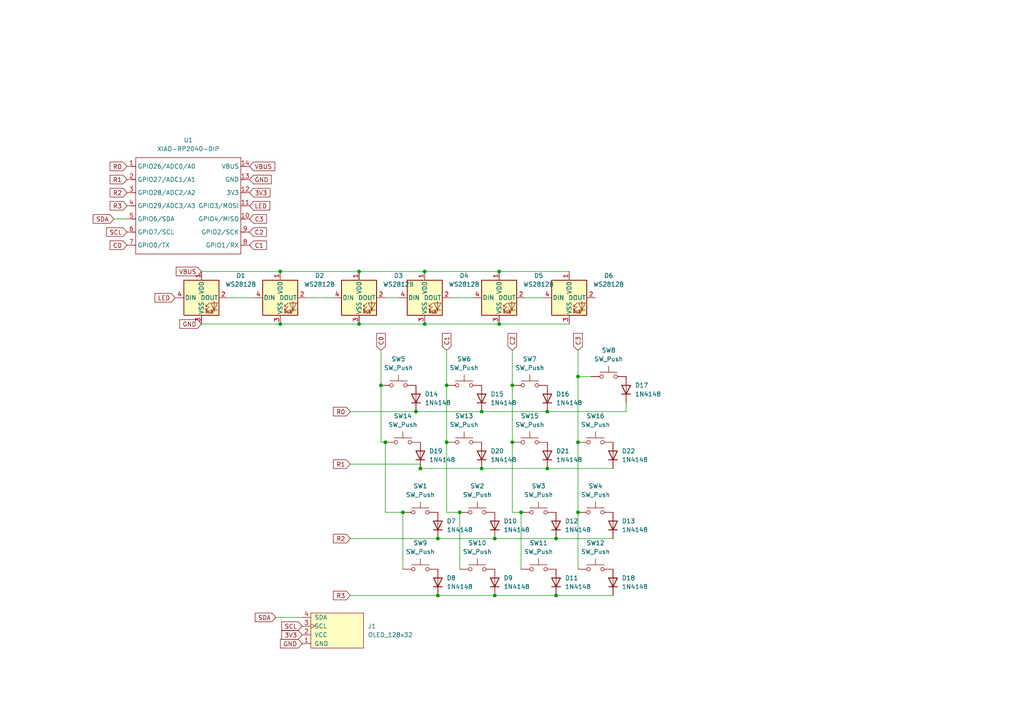
<source format=kicad_sch>
(kicad_sch
	(version 20250114)
	(generator "eeschema")
	(generator_version "9.0")
	(uuid "e51e6453-fd31-490b-8958-15494613fa3a")
	(paper "A4")
	(lib_symbols
		(symbol "Diode:1N4148"
			(pin_numbers
				(hide yes)
			)
			(pin_names
				(hide yes)
			)
			(exclude_from_sim no)
			(in_bom yes)
			(on_board yes)
			(property "Reference" "D"
				(at 0 2.54 0)
				(effects
					(font
						(size 1.27 1.27)
					)
				)
			)
			(property "Value" "1N4148"
				(at 0 -2.54 0)
				(effects
					(font
						(size 1.27 1.27)
					)
				)
			)
			(property "Footprint" "Diode_THT:D_DO-35_SOD27_P7.62mm_Horizontal"
				(at 0 0 0)
				(effects
					(font
						(size 1.27 1.27)
					)
					(hide yes)
				)
			)
			(property "Datasheet" "https://assets.nexperia.com/documents/data-sheet/1N4148_1N4448.pdf"
				(at 0 0 0)
				(effects
					(font
						(size 1.27 1.27)
					)
					(hide yes)
				)
			)
			(property "Description" "100V 0.15A standard switching diode, DO-35"
				(at 0 0 0)
				(effects
					(font
						(size 1.27 1.27)
					)
					(hide yes)
				)
			)
			(property "Sim.Device" "D"
				(at 0 0 0)
				(effects
					(font
						(size 1.27 1.27)
					)
					(hide yes)
				)
			)
			(property "Sim.Pins" "1=K 2=A"
				(at 0 0 0)
				(effects
					(font
						(size 1.27 1.27)
					)
					(hide yes)
				)
			)
			(property "ki_keywords" "diode"
				(at 0 0 0)
				(effects
					(font
						(size 1.27 1.27)
					)
					(hide yes)
				)
			)
			(property "ki_fp_filters" "D*DO?35*"
				(at 0 0 0)
				(effects
					(font
						(size 1.27 1.27)
					)
					(hide yes)
				)
			)
			(symbol "1N4148_0_1"
				(polyline
					(pts
						(xy -1.27 1.27) (xy -1.27 -1.27)
					)
					(stroke
						(width 0.254)
						(type default)
					)
					(fill
						(type none)
					)
				)
				(polyline
					(pts
						(xy 1.27 1.27) (xy 1.27 -1.27) (xy -1.27 0) (xy 1.27 1.27)
					)
					(stroke
						(width 0.254)
						(type default)
					)
					(fill
						(type none)
					)
				)
				(polyline
					(pts
						(xy 1.27 0) (xy -1.27 0)
					)
					(stroke
						(width 0)
						(type default)
					)
					(fill
						(type none)
					)
				)
			)
			(symbol "1N4148_1_1"
				(pin passive line
					(at -3.81 0 0)
					(length 2.54)
					(name "K"
						(effects
							(font
								(size 1.27 1.27)
							)
						)
					)
					(number "1"
						(effects
							(font
								(size 1.27 1.27)
							)
						)
					)
				)
				(pin passive line
					(at 3.81 0 180)
					(length 2.54)
					(name "A"
						(effects
							(font
								(size 1.27 1.27)
							)
						)
					)
					(number "2"
						(effects
							(font
								(size 1.27 1.27)
							)
						)
					)
				)
			)
			(embedded_fonts no)
		)
		(symbol "LED:WS2812B"
			(pin_names
				(offset 0.254)
			)
			(exclude_from_sim no)
			(in_bom yes)
			(on_board yes)
			(property "Reference" "D"
				(at 5.08 5.715 0)
				(effects
					(font
						(size 1.27 1.27)
					)
					(justify right bottom)
				)
			)
			(property "Value" "WS2812B"
				(at 1.27 -5.715 0)
				(effects
					(font
						(size 1.27 1.27)
					)
					(justify left top)
				)
			)
			(property "Footprint" "LED_SMD:LED_WS2812B_PLCC4_5.0x5.0mm_P3.2mm"
				(at 1.27 -7.62 0)
				(effects
					(font
						(size 1.27 1.27)
					)
					(justify left top)
					(hide yes)
				)
			)
			(property "Datasheet" "https://cdn-shop.adafruit.com/datasheets/WS2812B.pdf"
				(at 2.54 -9.525 0)
				(effects
					(font
						(size 1.27 1.27)
					)
					(justify left top)
					(hide yes)
				)
			)
			(property "Description" "RGB LED with integrated controller"
				(at 0 0 0)
				(effects
					(font
						(size 1.27 1.27)
					)
					(hide yes)
				)
			)
			(property "ki_keywords" "RGB LED NeoPixel addressable"
				(at 0 0 0)
				(effects
					(font
						(size 1.27 1.27)
					)
					(hide yes)
				)
			)
			(property "ki_fp_filters" "LED*WS2812*PLCC*5.0x5.0mm*P3.2mm*"
				(at 0 0 0)
				(effects
					(font
						(size 1.27 1.27)
					)
					(hide yes)
				)
			)
			(symbol "WS2812B_0_0"
				(text "RGB"
					(at 2.286 -4.191 0)
					(effects
						(font
							(size 0.762 0.762)
						)
					)
				)
			)
			(symbol "WS2812B_0_1"
				(polyline
					(pts
						(xy 1.27 -2.54) (xy 1.778 -2.54)
					)
					(stroke
						(width 0)
						(type default)
					)
					(fill
						(type none)
					)
				)
				(polyline
					(pts
						(xy 1.27 -3.556) (xy 1.778 -3.556)
					)
					(stroke
						(width 0)
						(type default)
					)
					(fill
						(type none)
					)
				)
				(polyline
					(pts
						(xy 2.286 -1.524) (xy 1.27 -2.54) (xy 1.27 -2.032)
					)
					(stroke
						(width 0)
						(type default)
					)
					(fill
						(type none)
					)
				)
				(polyline
					(pts
						(xy 2.286 -2.54) (xy 1.27 -3.556) (xy 1.27 -3.048)
					)
					(stroke
						(width 0)
						(type default)
					)
					(fill
						(type none)
					)
				)
				(polyline
					(pts
						(xy 3.683 -1.016) (xy 3.683 -3.556) (xy 3.683 -4.064)
					)
					(stroke
						(width 0)
						(type default)
					)
					(fill
						(type none)
					)
				)
				(polyline
					(pts
						(xy 4.699 -1.524) (xy 2.667 -1.524) (xy 3.683 -3.556) (xy 4.699 -1.524)
					)
					(stroke
						(width 0)
						(type default)
					)
					(fill
						(type none)
					)
				)
				(polyline
					(pts
						(xy 4.699 -3.556) (xy 2.667 -3.556)
					)
					(stroke
						(width 0)
						(type default)
					)
					(fill
						(type none)
					)
				)
				(rectangle
					(start 5.08 5.08)
					(end -5.08 -5.08)
					(stroke
						(width 0.254)
						(type default)
					)
					(fill
						(type background)
					)
				)
			)
			(symbol "WS2812B_1_1"
				(pin input line
					(at -7.62 0 0)
					(length 2.54)
					(name "DIN"
						(effects
							(font
								(size 1.27 1.27)
							)
						)
					)
					(number "4"
						(effects
							(font
								(size 1.27 1.27)
							)
						)
					)
				)
				(pin power_in line
					(at 0 7.62 270)
					(length 2.54)
					(name "VDD"
						(effects
							(font
								(size 1.27 1.27)
							)
						)
					)
					(number "1"
						(effects
							(font
								(size 1.27 1.27)
							)
						)
					)
				)
				(pin power_in line
					(at 0 -7.62 90)
					(length 2.54)
					(name "VSS"
						(effects
							(font
								(size 1.27 1.27)
							)
						)
					)
					(number "3"
						(effects
							(font
								(size 1.27 1.27)
							)
						)
					)
				)
				(pin output line
					(at 7.62 0 180)
					(length 2.54)
					(name "DOUT"
						(effects
							(font
								(size 1.27 1.27)
							)
						)
					)
					(number "2"
						(effects
							(font
								(size 1.27 1.27)
							)
						)
					)
				)
			)
			(embedded_fonts no)
		)
		(symbol "Seeed Studio XIAO 2:OLED_128x32"
			(pin_names
				(offset 1.016)
			)
			(exclude_from_sim no)
			(in_bom yes)
			(on_board yes)
			(property "Reference" "J"
				(at 0 -6.35 0)
				(effects
					(font
						(size 1.27 1.27)
					)
				)
			)
			(property "Value" "OLED_128x32"
				(at 0 6.35 0)
				(effects
					(font
						(size 1.27 1.27)
					)
				)
			)
			(property "Footprint" "ScottoKeebs_Components:OLED_128x32"
				(at 0 8.89 0)
				(effects
					(font
						(size 1.27 1.27)
					)
					(hide yes)
				)
			)
			(property "Datasheet" ""
				(at 0 1.27 0)
				(effects
					(font
						(size 1.27 1.27)
					)
					(hide yes)
				)
			)
			(property "Description" ""
				(at 0 0 0)
				(effects
					(font
						(size 1.27 1.27)
					)
					(hide yes)
				)
			)
			(symbol "OLED_128x32_0_1"
				(rectangle
					(start 0 5.08)
					(end 15.24 -5.08)
					(stroke
						(width 0)
						(type default)
					)
					(fill
						(type background)
					)
				)
			)
			(symbol "OLED_128x32_1_1"
				(pin bidirectional line
					(at -2.54 3.81 0)
					(length 2.54)
					(name "SDA"
						(effects
							(font
								(size 1.27 1.27)
							)
						)
					)
					(number "4"
						(effects
							(font
								(size 1.27 1.27)
							)
						)
					)
				)
				(pin input clock
					(at -2.54 1.27 0)
					(length 2.54)
					(name "SCL"
						(effects
							(font
								(size 1.27 1.27)
							)
						)
					)
					(number "3"
						(effects
							(font
								(size 1.27 1.27)
							)
						)
					)
				)
				(pin power_in line
					(at -2.54 -1.27 0)
					(length 2.54)
					(name "VCC"
						(effects
							(font
								(size 1.27 1.27)
							)
						)
					)
					(number "2"
						(effects
							(font
								(size 1.27 1.27)
							)
						)
					)
				)
				(pin power_in line
					(at -2.54 -3.81 0)
					(length 2.54)
					(name "GND"
						(effects
							(font
								(size 1.27 1.27)
							)
						)
					)
					(number "1"
						(effects
							(font
								(size 1.27 1.27)
							)
						)
					)
				)
			)
			(embedded_fonts no)
		)
		(symbol "Seeed Studio XIAO:XIAO-RP2040-DIP"
			(exclude_from_sim no)
			(in_bom yes)
			(on_board yes)
			(property "Reference" "U"
				(at 0 0 0)
				(effects
					(font
						(size 1.27 1.27)
					)
				)
			)
			(property "Value" "XIAO-RP2040-DIP"
				(at 5.334 -1.778 0)
				(effects
					(font
						(size 1.27 1.27)
					)
				)
			)
			(property "Footprint" "Module:MOUDLE14P-XIAO-DIP-SMD"
				(at 14.478 -32.258 0)
				(effects
					(font
						(size 1.27 1.27)
					)
					(hide yes)
				)
			)
			(property "Datasheet" ""
				(at 0 0 0)
				(effects
					(font
						(size 1.27 1.27)
					)
					(hide yes)
				)
			)
			(property "Description" ""
				(at 0 0 0)
				(effects
					(font
						(size 1.27 1.27)
					)
					(hide yes)
				)
			)
			(symbol "XIAO-RP2040-DIP_1_0"
				(polyline
					(pts
						(xy -1.27 -2.54) (xy 29.21 -2.54)
					)
					(stroke
						(width 0.1524)
						(type solid)
					)
					(fill
						(type none)
					)
				)
				(polyline
					(pts
						(xy -1.27 -5.08) (xy -2.54 -5.08)
					)
					(stroke
						(width 0.1524)
						(type solid)
					)
					(fill
						(type none)
					)
				)
				(polyline
					(pts
						(xy -1.27 -5.08) (xy -1.27 -2.54)
					)
					(stroke
						(width 0.1524)
						(type solid)
					)
					(fill
						(type none)
					)
				)
				(polyline
					(pts
						(xy -1.27 -8.89) (xy -2.54 -8.89)
					)
					(stroke
						(width 0.1524)
						(type solid)
					)
					(fill
						(type none)
					)
				)
				(polyline
					(pts
						(xy -1.27 -8.89) (xy -1.27 -5.08)
					)
					(stroke
						(width 0.1524)
						(type solid)
					)
					(fill
						(type none)
					)
				)
				(polyline
					(pts
						(xy -1.27 -12.7) (xy -2.54 -12.7)
					)
					(stroke
						(width 0.1524)
						(type solid)
					)
					(fill
						(type none)
					)
				)
				(polyline
					(pts
						(xy -1.27 -12.7) (xy -1.27 -8.89)
					)
					(stroke
						(width 0.1524)
						(type solid)
					)
					(fill
						(type none)
					)
				)
				(polyline
					(pts
						(xy -1.27 -16.51) (xy -2.54 -16.51)
					)
					(stroke
						(width 0.1524)
						(type solid)
					)
					(fill
						(type none)
					)
				)
				(polyline
					(pts
						(xy -1.27 -16.51) (xy -1.27 -12.7)
					)
					(stroke
						(width 0.1524)
						(type solid)
					)
					(fill
						(type none)
					)
				)
				(polyline
					(pts
						(xy -1.27 -20.32) (xy -2.54 -20.32)
					)
					(stroke
						(width 0.1524)
						(type solid)
					)
					(fill
						(type none)
					)
				)
				(polyline
					(pts
						(xy -1.27 -24.13) (xy -2.54 -24.13)
					)
					(stroke
						(width 0.1524)
						(type solid)
					)
					(fill
						(type none)
					)
				)
				(polyline
					(pts
						(xy -1.27 -27.94) (xy -2.54 -27.94)
					)
					(stroke
						(width 0.1524)
						(type solid)
					)
					(fill
						(type none)
					)
				)
				(polyline
					(pts
						(xy -1.27 -30.48) (xy -1.27 -16.51)
					)
					(stroke
						(width 0.1524)
						(type solid)
					)
					(fill
						(type none)
					)
				)
				(polyline
					(pts
						(xy 29.21 -2.54) (xy 29.21 -5.08)
					)
					(stroke
						(width 0.1524)
						(type solid)
					)
					(fill
						(type none)
					)
				)
				(polyline
					(pts
						(xy 29.21 -5.08) (xy 29.21 -8.89)
					)
					(stroke
						(width 0.1524)
						(type solid)
					)
					(fill
						(type none)
					)
				)
				(polyline
					(pts
						(xy 29.21 -8.89) (xy 29.21 -12.7)
					)
					(stroke
						(width 0.1524)
						(type solid)
					)
					(fill
						(type none)
					)
				)
				(polyline
					(pts
						(xy 29.21 -12.7) (xy 29.21 -30.48)
					)
					(stroke
						(width 0.1524)
						(type solid)
					)
					(fill
						(type none)
					)
				)
				(polyline
					(pts
						(xy 29.21 -30.48) (xy -1.27 -30.48)
					)
					(stroke
						(width 0.1524)
						(type solid)
					)
					(fill
						(type none)
					)
				)
				(polyline
					(pts
						(xy 30.48 -5.08) (xy 29.21 -5.08)
					)
					(stroke
						(width 0.1524)
						(type solid)
					)
					(fill
						(type none)
					)
				)
				(polyline
					(pts
						(xy 30.48 -8.89) (xy 29.21 -8.89)
					)
					(stroke
						(width 0.1524)
						(type solid)
					)
					(fill
						(type none)
					)
				)
				(polyline
					(pts
						(xy 30.48 -12.7) (xy 29.21 -12.7)
					)
					(stroke
						(width 0.1524)
						(type solid)
					)
					(fill
						(type none)
					)
				)
				(polyline
					(pts
						(xy 30.48 -16.51) (xy 29.21 -16.51)
					)
					(stroke
						(width 0.1524)
						(type solid)
					)
					(fill
						(type none)
					)
				)
				(polyline
					(pts
						(xy 30.48 -20.32) (xy 29.21 -20.32)
					)
					(stroke
						(width 0.1524)
						(type solid)
					)
					(fill
						(type none)
					)
				)
				(polyline
					(pts
						(xy 30.48 -24.13) (xy 29.21 -24.13)
					)
					(stroke
						(width 0.1524)
						(type solid)
					)
					(fill
						(type none)
					)
				)
				(polyline
					(pts
						(xy 30.48 -27.94) (xy 29.21 -27.94)
					)
					(stroke
						(width 0.1524)
						(type solid)
					)
					(fill
						(type none)
					)
				)
				(pin passive line
					(at -3.81 -5.08 0)
					(length 2.54)
					(name "GPIO26/ADC0/A0"
						(effects
							(font
								(size 1.27 1.27)
							)
						)
					)
					(number "1"
						(effects
							(font
								(size 1.27 1.27)
							)
						)
					)
				)
				(pin passive line
					(at -3.81 -8.89 0)
					(length 2.54)
					(name "GPIO27/ADC1/A1"
						(effects
							(font
								(size 1.27 1.27)
							)
						)
					)
					(number "2"
						(effects
							(font
								(size 1.27 1.27)
							)
						)
					)
				)
				(pin passive line
					(at -3.81 -12.7 0)
					(length 2.54)
					(name "GPIO28/ADC2/A2"
						(effects
							(font
								(size 1.27 1.27)
							)
						)
					)
					(number "3"
						(effects
							(font
								(size 1.27 1.27)
							)
						)
					)
				)
				(pin passive line
					(at -3.81 -16.51 0)
					(length 2.54)
					(name "GPIO29/ADC3/A3"
						(effects
							(font
								(size 1.27 1.27)
							)
						)
					)
					(number "4"
						(effects
							(font
								(size 1.27 1.27)
							)
						)
					)
				)
				(pin passive line
					(at -3.81 -20.32 0)
					(length 2.54)
					(name "GPIO6/SDA"
						(effects
							(font
								(size 1.27 1.27)
							)
						)
					)
					(number "5"
						(effects
							(font
								(size 1.27 1.27)
							)
						)
					)
				)
				(pin passive line
					(at -3.81 -24.13 0)
					(length 2.54)
					(name "GPIO7/SCL"
						(effects
							(font
								(size 1.27 1.27)
							)
						)
					)
					(number "6"
						(effects
							(font
								(size 1.27 1.27)
							)
						)
					)
				)
				(pin passive line
					(at -3.81 -27.94 0)
					(length 2.54)
					(name "GPIO0/TX"
						(effects
							(font
								(size 1.27 1.27)
							)
						)
					)
					(number "7"
						(effects
							(font
								(size 1.27 1.27)
							)
						)
					)
				)
				(pin passive line
					(at 31.75 -5.08 180)
					(length 2.54)
					(name "VBUS"
						(effects
							(font
								(size 1.27 1.27)
							)
						)
					)
					(number "14"
						(effects
							(font
								(size 1.27 1.27)
							)
						)
					)
				)
				(pin passive line
					(at 31.75 -8.89 180)
					(length 2.54)
					(name "GND"
						(effects
							(font
								(size 1.27 1.27)
							)
						)
					)
					(number "13"
						(effects
							(font
								(size 1.27 1.27)
							)
						)
					)
				)
				(pin passive line
					(at 31.75 -12.7 180)
					(length 2.54)
					(name "3V3"
						(effects
							(font
								(size 1.27 1.27)
							)
						)
					)
					(number "12"
						(effects
							(font
								(size 1.27 1.27)
							)
						)
					)
				)
				(pin passive line
					(at 31.75 -16.51 180)
					(length 2.54)
					(name "GPIO3/MOSI"
						(effects
							(font
								(size 1.27 1.27)
							)
						)
					)
					(number "11"
						(effects
							(font
								(size 1.27 1.27)
							)
						)
					)
				)
				(pin passive line
					(at 31.75 -20.32 180)
					(length 2.54)
					(name "GPIO4/MISO"
						(effects
							(font
								(size 1.27 1.27)
							)
						)
					)
					(number "10"
						(effects
							(font
								(size 1.27 1.27)
							)
						)
					)
				)
				(pin passive line
					(at 31.75 -24.13 180)
					(length 2.54)
					(name "GPIO2/SCK"
						(effects
							(font
								(size 1.27 1.27)
							)
						)
					)
					(number "9"
						(effects
							(font
								(size 1.27 1.27)
							)
						)
					)
				)
				(pin passive line
					(at 31.75 -27.94 180)
					(length 2.54)
					(name "GPIO1/RX"
						(effects
							(font
								(size 1.27 1.27)
							)
						)
					)
					(number "8"
						(effects
							(font
								(size 1.27 1.27)
							)
						)
					)
				)
			)
			(embedded_fonts no)
		)
		(symbol "Switch:SW_Push"
			(pin_numbers
				(hide yes)
			)
			(pin_names
				(offset 1.016)
				(hide yes)
			)
			(exclude_from_sim no)
			(in_bom yes)
			(on_board yes)
			(property "Reference" "SW"
				(at 1.27 2.54 0)
				(effects
					(font
						(size 1.27 1.27)
					)
					(justify left)
				)
			)
			(property "Value" "SW_Push"
				(at 0 -1.524 0)
				(effects
					(font
						(size 1.27 1.27)
					)
				)
			)
			(property "Footprint" ""
				(at 0 5.08 0)
				(effects
					(font
						(size 1.27 1.27)
					)
					(hide yes)
				)
			)
			(property "Datasheet" "~"
				(at 0 5.08 0)
				(effects
					(font
						(size 1.27 1.27)
					)
					(hide yes)
				)
			)
			(property "Description" "Push button switch, generic, two pins"
				(at 0 0 0)
				(effects
					(font
						(size 1.27 1.27)
					)
					(hide yes)
				)
			)
			(property "ki_keywords" "switch normally-open pushbutton push-button"
				(at 0 0 0)
				(effects
					(font
						(size 1.27 1.27)
					)
					(hide yes)
				)
			)
			(symbol "SW_Push_0_1"
				(circle
					(center -2.032 0)
					(radius 0.508)
					(stroke
						(width 0)
						(type default)
					)
					(fill
						(type none)
					)
				)
				(polyline
					(pts
						(xy 0 1.27) (xy 0 3.048)
					)
					(stroke
						(width 0)
						(type default)
					)
					(fill
						(type none)
					)
				)
				(circle
					(center 2.032 0)
					(radius 0.508)
					(stroke
						(width 0)
						(type default)
					)
					(fill
						(type none)
					)
				)
				(polyline
					(pts
						(xy 2.54 1.27) (xy -2.54 1.27)
					)
					(stroke
						(width 0)
						(type default)
					)
					(fill
						(type none)
					)
				)
				(pin passive line
					(at -5.08 0 0)
					(length 2.54)
					(name "1"
						(effects
							(font
								(size 1.27 1.27)
							)
						)
					)
					(number "1"
						(effects
							(font
								(size 1.27 1.27)
							)
						)
					)
				)
				(pin passive line
					(at 5.08 0 180)
					(length 2.54)
					(name "2"
						(effects
							(font
								(size 1.27 1.27)
							)
						)
					)
					(number "2"
						(effects
							(font
								(size 1.27 1.27)
							)
						)
					)
				)
			)
			(embedded_fonts no)
		)
	)
	(junction
		(at 158.75 119.38)
		(diameter 0)
		(color 0 0 0 0)
		(uuid "03561e7f-e504-4a97-848b-f9146afc1723")
	)
	(junction
		(at 104.14 78.74)
		(diameter 0)
		(color 0 0 0 0)
		(uuid "1a9a4e41-72b9-4ceb-b27c-001f3580e426")
	)
	(junction
		(at 127 172.72)
		(diameter 0)
		(color 0 0 0 0)
		(uuid "20d8651a-5d41-4009-be79-aa6d2a23906f")
	)
	(junction
		(at 144.78 93.98)
		(diameter 0)
		(color 0 0 0 0)
		(uuid "23cab921-fc5e-49a0-8a90-8edefb669e6d")
	)
	(junction
		(at 139.7 135.89)
		(diameter 0)
		(color 0 0 0 0)
		(uuid "2e00a9a5-b4d2-4fef-ae5b-7d310476f475")
	)
	(junction
		(at 167.64 128.27)
		(diameter 0)
		(color 0 0 0 0)
		(uuid "309ae774-825e-4c34-9300-a0a9ef6a3227")
	)
	(junction
		(at 129.54 128.27)
		(diameter 0)
		(color 0 0 0 0)
		(uuid "3b5a4dd1-f209-4cf8-b41d-52cd8bed6822")
	)
	(junction
		(at 104.14 93.98)
		(diameter 0)
		(color 0 0 0 0)
		(uuid "4eef6260-6524-44a3-9fb0-e2c493368ba3")
	)
	(junction
		(at 81.28 78.74)
		(diameter 0)
		(color 0 0 0 0)
		(uuid "50edbac6-5680-4b73-872e-04444e569d9b")
	)
	(junction
		(at 133.35 148.59)
		(diameter 0)
		(color 0 0 0 0)
		(uuid "5662f0c9-cf3a-439c-b9fe-e094a07f0820")
	)
	(junction
		(at 161.29 172.72)
		(diameter 0)
		(color 0 0 0 0)
		(uuid "57dd268c-222e-4605-9033-828ab48dbc8e")
	)
	(junction
		(at 123.19 93.98)
		(diameter 0)
		(color 0 0 0 0)
		(uuid "6cbe7028-2174-4043-9dff-e9b8d8b1c7de")
	)
	(junction
		(at 144.78 78.74)
		(diameter 0)
		(color 0 0 0 0)
		(uuid "760a1273-0c37-4a1f-bfaa-f9c32d2be23a")
	)
	(junction
		(at 167.64 148.59)
		(diameter 0)
		(color 0 0 0 0)
		(uuid "784015dd-2933-42ce-be73-b6e192fa439c")
	)
	(junction
		(at 151.13 148.59)
		(diameter 0)
		(color 0 0 0 0)
		(uuid "7b1963f6-350e-4ef8-b3c6-e025033d80ba")
	)
	(junction
		(at 129.54 111.76)
		(diameter 0)
		(color 0 0 0 0)
		(uuid "7f6d417a-fe64-4dee-9f7f-e0373221689d")
	)
	(junction
		(at 161.29 156.21)
		(diameter 0)
		(color 0 0 0 0)
		(uuid "7f6f776e-f0cd-4982-a0ae-7bea64458a55")
	)
	(junction
		(at 116.84 148.59)
		(diameter 0)
		(color 0 0 0 0)
		(uuid "7fb768ef-118e-469f-9cec-0f71edf24042")
	)
	(junction
		(at 143.51 156.21)
		(diameter 0)
		(color 0 0 0 0)
		(uuid "8275fa6b-2046-4bec-8ba0-9f89e4d6dde8")
	)
	(junction
		(at 167.64 109.22)
		(diameter 0)
		(color 0 0 0 0)
		(uuid "88796090-8619-474c-99f7-771db394d497")
	)
	(junction
		(at 123.19 78.74)
		(diameter 0)
		(color 0 0 0 0)
		(uuid "8a537cac-2968-4acc-8576-0e4c3c2f68a8")
	)
	(junction
		(at 110.49 111.76)
		(diameter 0)
		(color 0 0 0 0)
		(uuid "8bfb103e-0d89-4a97-9e7b-73ce89e09eb3")
	)
	(junction
		(at 81.28 93.98)
		(diameter 0)
		(color 0 0 0 0)
		(uuid "8d4f7532-51ce-4873-b861-73bf93c60813")
	)
	(junction
		(at 158.75 135.89)
		(diameter 0)
		(color 0 0 0 0)
		(uuid "a5ef2a8f-f959-49c8-a72e-ecc2966bcb88")
	)
	(junction
		(at 111.76 128.27)
		(diameter 0)
		(color 0 0 0 0)
		(uuid "aae2c2c2-820e-4199-8d5b-7b31f5168aa2")
	)
	(junction
		(at 120.65 119.38)
		(diameter 0)
		(color 0 0 0 0)
		(uuid "b01faa1d-2cb5-477d-aabd-61744ab56841")
	)
	(junction
		(at 148.59 128.27)
		(diameter 0)
		(color 0 0 0 0)
		(uuid "c138842b-e5b6-41ca-abf0-7bb5f3b432d5")
	)
	(junction
		(at 139.7 119.38)
		(diameter 0)
		(color 0 0 0 0)
		(uuid "d2556967-1168-4b93-aff2-b2c4d003206c")
	)
	(junction
		(at 121.92 135.89)
		(diameter 0)
		(color 0 0 0 0)
		(uuid "d515e9f1-fe8c-4df9-aff9-bad0f2f30aaf")
	)
	(junction
		(at 127 156.21)
		(diameter 0)
		(color 0 0 0 0)
		(uuid "ed4ace4f-ec85-4d2d-902b-b626ee4ff326")
	)
	(junction
		(at 143.51 172.72)
		(diameter 0)
		(color 0 0 0 0)
		(uuid "f1c73fdf-de75-4892-a574-7f578667fe58")
	)
	(junction
		(at 148.59 111.76)
		(diameter 0)
		(color 0 0 0 0)
		(uuid "fa82b45d-103d-40f1-ae51-abf0ddae0a5a")
	)
	(wire
		(pts
			(xy 123.19 78.74) (xy 144.78 78.74)
		)
		(stroke
			(width 0)
			(type default)
		)
		(uuid "03b317b3-8e29-41e7-bc0b-b2c72d7feab5")
	)
	(wire
		(pts
			(xy 127 172.72) (xy 143.51 172.72)
		)
		(stroke
			(width 0)
			(type default)
		)
		(uuid "070d0908-c575-4586-a760-13a8b0aa973e")
	)
	(wire
		(pts
			(xy 129.54 101.6) (xy 129.54 111.76)
		)
		(stroke
			(width 0)
			(type default)
		)
		(uuid "17502ddb-8a91-4b7b-b062-0dec9386a8da")
	)
	(wire
		(pts
			(xy 129.54 148.59) (xy 133.35 148.59)
		)
		(stroke
			(width 0)
			(type default)
		)
		(uuid "18878f0f-afad-4fbf-b3de-40fc39acb40d")
	)
	(wire
		(pts
			(xy 148.59 128.27) (xy 148.59 148.59)
		)
		(stroke
			(width 0)
			(type default)
		)
		(uuid "20aad83c-d45e-40ea-88c4-e69e25b19744")
	)
	(wire
		(pts
			(xy 110.49 101.6) (xy 110.49 111.76)
		)
		(stroke
			(width 0)
			(type default)
		)
		(uuid "239c8f46-efc5-4000-8a0a-def8d68a98b3")
	)
	(wire
		(pts
			(xy 148.59 148.59) (xy 151.13 148.59)
		)
		(stroke
			(width 0)
			(type default)
		)
		(uuid "26635f19-7af3-445e-9dc4-9dcb7ee4913b")
	)
	(wire
		(pts
			(xy 81.28 93.98) (xy 104.14 93.98)
		)
		(stroke
			(width 0)
			(type default)
		)
		(uuid "28da4fd7-f4e9-4980-9457-57b4bf6b7877")
	)
	(wire
		(pts
			(xy 111.76 128.27) (xy 111.76 148.59)
		)
		(stroke
			(width 0)
			(type default)
		)
		(uuid "2ba6f35e-3958-4af6-ba89-725d21cc4550")
	)
	(wire
		(pts
			(xy 101.6 134.62) (xy 121.92 134.62)
		)
		(stroke
			(width 0)
			(type default)
		)
		(uuid "355dd5fa-459d-48f7-8936-0d928a2d9750")
	)
	(wire
		(pts
			(xy 139.7 119.38) (xy 158.75 119.38)
		)
		(stroke
			(width 0)
			(type default)
		)
		(uuid "399e135a-b6a3-4df3-9c37-2555830ecced")
	)
	(wire
		(pts
			(xy 123.19 93.98) (xy 144.78 93.98)
		)
		(stroke
			(width 0)
			(type default)
		)
		(uuid "3b6dab21-d91f-4162-99ab-5cac59148598")
	)
	(wire
		(pts
			(xy 129.54 128.27) (xy 129.54 148.59)
		)
		(stroke
			(width 0)
			(type default)
		)
		(uuid "4455dbb8-fcbf-4f38-be34-97084852243d")
	)
	(wire
		(pts
			(xy 111.76 86.36) (xy 115.57 86.36)
		)
		(stroke
			(width 0)
			(type default)
		)
		(uuid "4bc2fe76-df81-4571-9dc2-be80e3581e71")
	)
	(wire
		(pts
			(xy 129.54 111.76) (xy 129.54 128.27)
		)
		(stroke
			(width 0)
			(type default)
		)
		(uuid "4fdc1133-4651-4158-8514-25a1cb248423")
	)
	(wire
		(pts
			(xy 110.49 111.76) (xy 110.49 128.27)
		)
		(stroke
			(width 0)
			(type default)
		)
		(uuid "59e22ccf-e90a-41c5-b967-04d24d2faa54")
	)
	(wire
		(pts
			(xy 139.7 135.89) (xy 158.75 135.89)
		)
		(stroke
			(width 0)
			(type default)
		)
		(uuid "59fa9806-824a-4e13-8c76-4f78f6a43d53")
	)
	(wire
		(pts
			(xy 130.81 86.36) (xy 137.16 86.36)
		)
		(stroke
			(width 0)
			(type default)
		)
		(uuid "5f2ea943-9dfa-4d6c-bcd6-19dea6307ebf")
	)
	(wire
		(pts
			(xy 116.84 148.59) (xy 116.84 165.1)
		)
		(stroke
			(width 0)
			(type default)
		)
		(uuid "68b5182d-861e-4756-bfb6-abb768a59b0b")
	)
	(wire
		(pts
			(xy 151.13 148.59) (xy 151.13 165.1)
		)
		(stroke
			(width 0)
			(type default)
		)
		(uuid "68fbb323-5858-40ec-a41b-9f3f7446ca8c")
	)
	(wire
		(pts
			(xy 127 156.21) (xy 143.51 156.21)
		)
		(stroke
			(width 0)
			(type default)
		)
		(uuid "6d1f29cf-06f1-4e16-8cb3-f0df57709da3")
	)
	(wire
		(pts
			(xy 80.01 179.07) (xy 87.63 179.07)
		)
		(stroke
			(width 0)
			(type default)
		)
		(uuid "72aceb00-6a1d-440f-8290-510aaefac6d3")
	)
	(wire
		(pts
			(xy 144.78 78.74) (xy 165.1 78.74)
		)
		(stroke
			(width 0)
			(type default)
		)
		(uuid "77b23e6c-7441-4560-928d-fc8bc7b2e659")
	)
	(wire
		(pts
			(xy 158.75 119.38) (xy 181.61 119.38)
		)
		(stroke
			(width 0)
			(type default)
		)
		(uuid "7ca449ce-558c-4bf6-aeae-f021e5799db6")
	)
	(wire
		(pts
			(xy 111.76 148.59) (xy 116.84 148.59)
		)
		(stroke
			(width 0)
			(type default)
		)
		(uuid "7d9ece37-2029-45f7-b24b-c7d8b5a57188")
	)
	(wire
		(pts
			(xy 101.6 156.21) (xy 127 156.21)
		)
		(stroke
			(width 0)
			(type default)
		)
		(uuid "878bb8a5-6db8-424a-863b-25b0b8b64ec1")
	)
	(wire
		(pts
			(xy 133.35 148.59) (xy 133.35 165.1)
		)
		(stroke
			(width 0)
			(type default)
		)
		(uuid "8a09d9fe-b854-4e0a-bba9-880664c6917f")
	)
	(wire
		(pts
			(xy 81.28 78.74) (xy 104.14 78.74)
		)
		(stroke
			(width 0)
			(type default)
		)
		(uuid "8bd29f50-9c74-48cf-af79-4f8647e78c6c")
	)
	(wire
		(pts
			(xy 158.75 135.89) (xy 177.8 135.89)
		)
		(stroke
			(width 0)
			(type default)
		)
		(uuid "92288242-df13-48a5-aad3-edc30f0a91a3")
	)
	(wire
		(pts
			(xy 104.14 93.98) (xy 123.19 93.98)
		)
		(stroke
			(width 0)
			(type default)
		)
		(uuid "951d700a-d2b0-43bb-9dbc-7cbe325ca8d8")
	)
	(wire
		(pts
			(xy 148.59 101.6) (xy 148.59 111.76)
		)
		(stroke
			(width 0)
			(type default)
		)
		(uuid "98d349dd-1911-4b94-9c96-52ff98cc4e78")
	)
	(wire
		(pts
			(xy 148.59 111.76) (xy 148.59 128.27)
		)
		(stroke
			(width 0)
			(type default)
		)
		(uuid "9b43549d-755b-4719-a859-5eb6bf75ca6c")
	)
	(wire
		(pts
			(xy 121.92 134.62) (xy 121.92 135.89)
		)
		(stroke
			(width 0)
			(type default)
		)
		(uuid "9b492fb1-62db-4e17-a9d6-4b8807155fa2")
	)
	(wire
		(pts
			(xy 66.04 86.36) (xy 73.66 86.36)
		)
		(stroke
			(width 0)
			(type default)
		)
		(uuid "9bdfef7d-b3cc-4c79-b7f1-ef8028f95478")
	)
	(wire
		(pts
			(xy 58.42 93.98) (xy 81.28 93.98)
		)
		(stroke
			(width 0)
			(type default)
		)
		(uuid "9f31f8d2-382d-4967-a5f7-d8618968a6fb")
	)
	(wire
		(pts
			(xy 110.49 128.27) (xy 111.76 128.27)
		)
		(stroke
			(width 0)
			(type default)
		)
		(uuid "a78e960c-bea7-418e-a264-6ba9ceefca4f")
	)
	(wire
		(pts
			(xy 152.4 86.36) (xy 157.48 86.36)
		)
		(stroke
			(width 0)
			(type default)
		)
		(uuid "aae57400-38cb-4624-9536-bcb69770ba7d")
	)
	(wire
		(pts
			(xy 167.64 148.59) (xy 167.64 165.1)
		)
		(stroke
			(width 0)
			(type default)
		)
		(uuid "b0e3f6ab-459c-4218-8cf4-a640bbad829a")
	)
	(wire
		(pts
			(xy 161.29 172.72) (xy 177.8 172.72)
		)
		(stroke
			(width 0)
			(type default)
		)
		(uuid "b94d1564-3ca0-4a83-84e4-3c8174c41c8e")
	)
	(wire
		(pts
			(xy 143.51 156.21) (xy 161.29 156.21)
		)
		(stroke
			(width 0)
			(type default)
		)
		(uuid "bb72d413-2cf1-4908-ae7a-8b8d9af9a660")
	)
	(wire
		(pts
			(xy 104.14 78.74) (xy 123.19 78.74)
		)
		(stroke
			(width 0)
			(type default)
		)
		(uuid "bc2039cb-0d75-44d1-9eed-1c0edb0e462b")
	)
	(wire
		(pts
			(xy 120.65 119.38) (xy 139.7 119.38)
		)
		(stroke
			(width 0)
			(type default)
		)
		(uuid "c5c2d3cb-90e8-4f36-8f42-e113b4bca783")
	)
	(wire
		(pts
			(xy 161.29 156.21) (xy 177.8 156.21)
		)
		(stroke
			(width 0)
			(type default)
		)
		(uuid "c83b82d2-4fbc-4908-afd9-19a8f7a01eb3")
	)
	(wire
		(pts
			(xy 101.6 172.72) (xy 127 172.72)
		)
		(stroke
			(width 0)
			(type default)
		)
		(uuid "cdfc5ca7-628b-4b90-8464-5800ed309ef8")
	)
	(wire
		(pts
			(xy 167.64 101.6) (xy 167.64 109.22)
		)
		(stroke
			(width 0)
			(type default)
		)
		(uuid "d946193a-7596-47af-b315-a9d1d000a013")
	)
	(wire
		(pts
			(xy 167.64 128.27) (xy 167.64 148.59)
		)
		(stroke
			(width 0)
			(type default)
		)
		(uuid "db3ad3cb-e438-4ecf-af56-8a9f6676e9fa")
	)
	(wire
		(pts
			(xy 121.92 135.89) (xy 139.7 135.89)
		)
		(stroke
			(width 0)
			(type default)
		)
		(uuid "ddcd571c-4b97-4fde-9fee-63825ddcc4b3")
	)
	(wire
		(pts
			(xy 58.42 78.74) (xy 81.28 78.74)
		)
		(stroke
			(width 0)
			(type default)
		)
		(uuid "e5ea4d73-8cad-4a33-b8bf-4020d451de55")
	)
	(wire
		(pts
			(xy 88.9 86.36) (xy 96.52 86.36)
		)
		(stroke
			(width 0)
			(type default)
		)
		(uuid "e7e4d56d-d7d8-4973-9cc5-f105679de864")
	)
	(wire
		(pts
			(xy 101.6 119.38) (xy 120.65 119.38)
		)
		(stroke
			(width 0)
			(type default)
		)
		(uuid "e8c37e61-e485-4acd-83aa-2d02edcfebc2")
	)
	(wire
		(pts
			(xy 181.61 116.84) (xy 181.61 119.38)
		)
		(stroke
			(width 0)
			(type default)
		)
		(uuid "eba5dfde-8a88-4bc8-ab5f-381f4e00e23c")
	)
	(wire
		(pts
			(xy 144.78 93.98) (xy 165.1 93.98)
		)
		(stroke
			(width 0)
			(type default)
		)
		(uuid "ec3035c0-01c6-4616-84c3-e651962ead7a")
	)
	(wire
		(pts
			(xy 33.02 63.5) (xy 36.83 63.5)
		)
		(stroke
			(width 0)
			(type default)
		)
		(uuid "ef54a55c-e5b7-4a8e-9dbe-75a0940be9ba")
	)
	(wire
		(pts
			(xy 171.45 109.22) (xy 167.64 109.22)
		)
		(stroke
			(width 0)
			(type default)
		)
		(uuid "f0bd3f09-2db7-4c20-92c8-f2305154e434")
	)
	(wire
		(pts
			(xy 143.51 172.72) (xy 161.29 172.72)
		)
		(stroke
			(width 0)
			(type default)
		)
		(uuid "f67e2a98-5e37-4308-a2be-23e945832deb")
	)
	(wire
		(pts
			(xy 167.64 109.22) (xy 167.64 128.27)
		)
		(stroke
			(width 0)
			(type default)
		)
		(uuid "ffc833ec-2abc-43ae-8fce-0312699ce16a")
	)
	(global_label "R1"
		(shape input)
		(at 101.6 134.62 180)
		(fields_autoplaced yes)
		(effects
			(font
				(size 1.27 1.27)
			)
			(justify right)
		)
		(uuid "099105f6-88ea-4d81-9767-ece600ce8bcd")
		(property "Intersheetrefs" "${INTERSHEET_REFS}"
			(at 96.1353 134.62 0)
			(effects
				(font
					(size 1.27 1.27)
				)
				(justify right)
				(hide yes)
			)
		)
	)
	(global_label "LED"
		(shape input)
		(at 72.39 59.69 0)
		(fields_autoplaced yes)
		(effects
			(font
				(size 1.27 1.27)
			)
			(justify left)
		)
		(uuid "13a4a0f8-a36e-4045-bc60-201091e44b31")
		(property "Intersheetrefs" "${INTERSHEET_REFS}"
			(at 78.8223 59.69 0)
			(effects
				(font
					(size 1.27 1.27)
				)
				(justify left)
				(hide yes)
			)
		)
	)
	(global_label "C1"
		(shape input)
		(at 129.54 101.6 90)
		(fields_autoplaced yes)
		(effects
			(font
				(size 1.27 1.27)
			)
			(justify left)
		)
		(uuid "1b08a91e-780d-492a-92d7-8e4369cbfefe")
		(property "Intersheetrefs" "${INTERSHEET_REFS}"
			(at 129.54 96.1353 90)
			(effects
				(font
					(size 1.27 1.27)
				)
				(justify left)
				(hide yes)
			)
		)
	)
	(global_label "GND"
		(shape input)
		(at 72.39 52.07 0)
		(fields_autoplaced yes)
		(effects
			(font
				(size 1.27 1.27)
			)
			(justify left)
		)
		(uuid "1bedc4da-5a3e-40b1-ab98-66e4af5eed73")
		(property "Intersheetrefs" "${INTERSHEET_REFS}"
			(at 79.2457 52.07 0)
			(effects
				(font
					(size 1.27 1.27)
				)
				(justify left)
				(hide yes)
			)
		)
	)
	(global_label "VBUS"
		(shape input)
		(at 72.39 48.26 0)
		(fields_autoplaced yes)
		(effects
			(font
				(size 1.27 1.27)
			)
			(justify left)
		)
		(uuid "1c8d03b8-2ee4-4f36-9956-7159ded95cfd")
		(property "Intersheetrefs" "${INTERSHEET_REFS}"
			(at 80.2738 48.26 0)
			(effects
				(font
					(size 1.27 1.27)
				)
				(justify left)
				(hide yes)
			)
		)
	)
	(global_label "C3"
		(shape input)
		(at 72.39 63.5 0)
		(fields_autoplaced yes)
		(effects
			(font
				(size 1.27 1.27)
			)
			(justify left)
		)
		(uuid "21ad87cd-9b56-4eca-86cb-e81521dd430a")
		(property "Intersheetrefs" "${INTERSHEET_REFS}"
			(at 77.8547 63.5 0)
			(effects
				(font
					(size 1.27 1.27)
				)
				(justify left)
				(hide yes)
			)
		)
	)
	(global_label "SCL"
		(shape input)
		(at 87.63 181.61 180)
		(fields_autoplaced yes)
		(effects
			(font
				(size 1.27 1.27)
			)
			(justify right)
		)
		(uuid "295417eb-46d1-4ef5-84fe-cde0a90440d4")
		(property "Intersheetrefs" "${INTERSHEET_REFS}"
			(at 81.1372 181.61 0)
			(effects
				(font
					(size 1.27 1.27)
				)
				(justify right)
				(hide yes)
			)
		)
	)
	(global_label "R0"
		(shape input)
		(at 101.6 119.38 180)
		(fields_autoplaced yes)
		(effects
			(font
				(size 1.27 1.27)
			)
			(justify right)
		)
		(uuid "2e35bd8a-2d2a-445a-92ce-e8e533324c84")
		(property "Intersheetrefs" "${INTERSHEET_REFS}"
			(at 96.1353 119.38 0)
			(effects
				(font
					(size 1.27 1.27)
				)
				(justify right)
				(hide yes)
			)
		)
	)
	(global_label "GND"
		(shape input)
		(at 58.42 93.98 180)
		(fields_autoplaced yes)
		(effects
			(font
				(size 1.27 1.27)
			)
			(justify right)
		)
		(uuid "3abfd5e9-79ec-4511-a64b-9b27869c9158")
		(property "Intersheetrefs" "${INTERSHEET_REFS}"
			(at 51.5643 93.98 0)
			(effects
				(font
					(size 1.27 1.27)
				)
				(justify right)
				(hide yes)
			)
		)
	)
	(global_label "GND"
		(shape input)
		(at 87.63 186.69 180)
		(fields_autoplaced yes)
		(effects
			(font
				(size 1.27 1.27)
			)
			(justify right)
		)
		(uuid "4295f315-3b94-4af2-8f03-17c13b815d5b")
		(property "Intersheetrefs" "${INTERSHEET_REFS}"
			(at 80.7743 186.69 0)
			(effects
				(font
					(size 1.27 1.27)
				)
				(justify right)
				(hide yes)
			)
		)
	)
	(global_label "3V3"
		(shape input)
		(at 72.39 55.88 0)
		(fields_autoplaced yes)
		(effects
			(font
				(size 1.27 1.27)
			)
			(justify left)
		)
		(uuid "46654e66-615a-4479-9a80-ba0a8c1cb6eb")
		(property "Intersheetrefs" "${INTERSHEET_REFS}"
			(at 78.8828 55.88 0)
			(effects
				(font
					(size 1.27 1.27)
				)
				(justify left)
				(hide yes)
			)
		)
	)
	(global_label "SDA"
		(shape input)
		(at 33.02 63.5 180)
		(fields_autoplaced yes)
		(effects
			(font
				(size 1.27 1.27)
			)
			(justify right)
		)
		(uuid "4d70af01-6660-4ae4-afb5-bd7c72651f6f")
		(property "Intersheetrefs" "${INTERSHEET_REFS}"
			(at 26.4667 63.5 0)
			(effects
				(font
					(size 1.27 1.27)
				)
				(justify right)
				(hide yes)
			)
		)
	)
	(global_label "C3"
		(shape input)
		(at 167.64 101.6 90)
		(fields_autoplaced yes)
		(effects
			(font
				(size 1.27 1.27)
			)
			(justify left)
		)
		(uuid "53f92bdb-855d-407b-a68e-82da4dcf17b1")
		(property "Intersheetrefs" "${INTERSHEET_REFS}"
			(at 167.64 96.1353 90)
			(effects
				(font
					(size 1.27 1.27)
				)
				(justify left)
				(hide yes)
			)
		)
	)
	(global_label "C0"
		(shape input)
		(at 36.83 71.12 180)
		(fields_autoplaced yes)
		(effects
			(font
				(size 1.27 1.27)
			)
			(justify right)
		)
		(uuid "56d05b81-9bb6-451b-852a-0d787248ef98")
		(property "Intersheetrefs" "${INTERSHEET_REFS}"
			(at 31.3653 71.12 0)
			(effects
				(font
					(size 1.27 1.27)
				)
				(justify right)
				(hide yes)
			)
		)
	)
	(global_label "R1"
		(shape input)
		(at 36.83 52.07 180)
		(fields_autoplaced yes)
		(effects
			(font
				(size 1.27 1.27)
			)
			(justify right)
		)
		(uuid "58a16cb4-76f5-4890-b946-dedc525065f4")
		(property "Intersheetrefs" "${INTERSHEET_REFS}"
			(at 31.3653 52.07 0)
			(effects
				(font
					(size 1.27 1.27)
				)
				(justify right)
				(hide yes)
			)
		)
	)
	(global_label "VBUS"
		(shape input)
		(at 58.42 78.74 180)
		(fields_autoplaced yes)
		(effects
			(font
				(size 1.27 1.27)
			)
			(justify right)
		)
		(uuid "5fe73289-de1a-434b-9695-64cf07657d73")
		(property "Intersheetrefs" "${INTERSHEET_REFS}"
			(at 50.5362 78.74 0)
			(effects
				(font
					(size 1.27 1.27)
				)
				(justify right)
				(hide yes)
			)
		)
	)
	(global_label "R2"
		(shape input)
		(at 101.6 156.21 180)
		(fields_autoplaced yes)
		(effects
			(font
				(size 1.27 1.27)
			)
			(justify right)
		)
		(uuid "71ff1e78-070a-47e0-94e6-c4c4ebe9f344")
		(property "Intersheetrefs" "${INTERSHEET_REFS}"
			(at 96.1353 156.21 0)
			(effects
				(font
					(size 1.27 1.27)
				)
				(justify right)
				(hide yes)
			)
		)
	)
	(global_label "LED"
		(shape input)
		(at 50.8 86.36 180)
		(fields_autoplaced yes)
		(effects
			(font
				(size 1.27 1.27)
			)
			(justify right)
		)
		(uuid "782fc6a9-240c-42c7-8820-bbcd05375976")
		(property "Intersheetrefs" "${INTERSHEET_REFS}"
			(at 44.3677 86.36 0)
			(effects
				(font
					(size 1.27 1.27)
				)
				(justify right)
				(hide yes)
			)
		)
	)
	(global_label "R2"
		(shape input)
		(at 36.83 55.88 180)
		(fields_autoplaced yes)
		(effects
			(font
				(size 1.27 1.27)
			)
			(justify right)
		)
		(uuid "78ef8cd5-f07d-46d8-bf0e-fc8926951c87")
		(property "Intersheetrefs" "${INTERSHEET_REFS}"
			(at 31.3653 55.88 0)
			(effects
				(font
					(size 1.27 1.27)
				)
				(justify right)
				(hide yes)
			)
		)
	)
	(global_label "SDA"
		(shape input)
		(at 80.01 179.07 180)
		(fields_autoplaced yes)
		(effects
			(font
				(size 1.27 1.27)
			)
			(justify right)
		)
		(uuid "872169ae-5e30-40cb-b1f0-99e3715c7ee1")
		(property "Intersheetrefs" "${INTERSHEET_REFS}"
			(at 73.4567 179.07 0)
			(effects
				(font
					(size 1.27 1.27)
				)
				(justify right)
				(hide yes)
			)
		)
	)
	(global_label "R0"
		(shape input)
		(at 36.83 48.26 180)
		(fields_autoplaced yes)
		(effects
			(font
				(size 1.27 1.27)
			)
			(justify right)
		)
		(uuid "8fb9ebad-1c5c-4767-adbc-73efcd78e4bd")
		(property "Intersheetrefs" "${INTERSHEET_REFS}"
			(at 31.3653 48.26 0)
			(effects
				(font
					(size 1.27 1.27)
				)
				(justify right)
				(hide yes)
			)
		)
	)
	(global_label "R3"
		(shape input)
		(at 36.83 59.69 180)
		(fields_autoplaced yes)
		(effects
			(font
				(size 1.27 1.27)
			)
			(justify right)
		)
		(uuid "9104d94c-90e1-4f17-a7b6-43a583b8afd5")
		(property "Intersheetrefs" "${INTERSHEET_REFS}"
			(at 31.3653 59.69 0)
			(effects
				(font
					(size 1.27 1.27)
				)
				(justify right)
				(hide yes)
			)
		)
	)
	(global_label "3V3"
		(shape input)
		(at 87.63 184.15 180)
		(fields_autoplaced yes)
		(effects
			(font
				(size 1.27 1.27)
			)
			(justify right)
		)
		(uuid "9ca5314f-e258-4e7a-b36d-dbeff886584f")
		(property "Intersheetrefs" "${INTERSHEET_REFS}"
			(at 81.1372 184.15 0)
			(effects
				(font
					(size 1.27 1.27)
				)
				(justify right)
				(hide yes)
			)
		)
	)
	(global_label "C2"
		(shape input)
		(at 148.59 101.6 90)
		(fields_autoplaced yes)
		(effects
			(font
				(size 1.27 1.27)
			)
			(justify left)
		)
		(uuid "a3c91cf4-569b-45ab-bfe7-3d6a19921c40")
		(property "Intersheetrefs" "${INTERSHEET_REFS}"
			(at 148.59 96.1353 90)
			(effects
				(font
					(size 1.27 1.27)
				)
				(justify left)
				(hide yes)
			)
		)
	)
	(global_label "R3"
		(shape input)
		(at 101.6 172.72 180)
		(fields_autoplaced yes)
		(effects
			(font
				(size 1.27 1.27)
			)
			(justify right)
		)
		(uuid "b1bae5f3-a6cf-428c-9aed-159ce2b448c1")
		(property "Intersheetrefs" "${INTERSHEET_REFS}"
			(at 96.1353 172.72 0)
			(effects
				(font
					(size 1.27 1.27)
				)
				(justify right)
				(hide yes)
			)
		)
	)
	(global_label "C0"
		(shape input)
		(at 110.49 101.6 90)
		(fields_autoplaced yes)
		(effects
			(font
				(size 1.27 1.27)
			)
			(justify left)
		)
		(uuid "b357540c-072c-41c3-a65a-8dbc1cba2879")
		(property "Intersheetrefs" "${INTERSHEET_REFS}"
			(at 110.49 96.1353 90)
			(effects
				(font
					(size 1.27 1.27)
				)
				(justify left)
				(hide yes)
			)
		)
	)
	(global_label "C1"
		(shape input)
		(at 72.39 71.12 0)
		(fields_autoplaced yes)
		(effects
			(font
				(size 1.27 1.27)
			)
			(justify left)
		)
		(uuid "ba568bb1-b1e3-47b4-90b9-3aa49b63c19e")
		(property "Intersheetrefs" "${INTERSHEET_REFS}"
			(at 77.8547 71.12 0)
			(effects
				(font
					(size 1.27 1.27)
				)
				(justify left)
				(hide yes)
			)
		)
	)
	(global_label "SCL"
		(shape input)
		(at 36.83 67.31 180)
		(fields_autoplaced yes)
		(effects
			(font
				(size 1.27 1.27)
			)
			(justify right)
		)
		(uuid "ebadb258-215a-458d-99aa-3618e946d82d")
		(property "Intersheetrefs" "${INTERSHEET_REFS}"
			(at 30.3372 67.31 0)
			(effects
				(font
					(size 1.27 1.27)
				)
				(justify right)
				(hide yes)
			)
		)
	)
	(global_label "C2"
		(shape input)
		(at 72.39 67.31 0)
		(fields_autoplaced yes)
		(effects
			(font
				(size 1.27 1.27)
			)
			(justify left)
		)
		(uuid "fad4cba4-2587-40f9-9ab5-99be2ed88fad")
		(property "Intersheetrefs" "${INTERSHEET_REFS}"
			(at 77.8547 67.31 0)
			(effects
				(font
					(size 1.27 1.27)
				)
				(justify left)
				(hide yes)
			)
		)
	)
	(symbol
		(lib_id "LED:WS2812B")
		(at 104.14 86.36 0)
		(unit 1)
		(exclude_from_sim no)
		(in_bom yes)
		(on_board yes)
		(dnp no)
		(fields_autoplaced yes)
		(uuid "0035e79a-a44a-4dbc-a41c-33a45b1e454c")
		(property "Reference" "D3"
			(at 115.57 79.9398 0)
			(effects
				(font
					(size 1.27 1.27)
				)
			)
		)
		(property "Value" "WS2812B"
			(at 115.57 82.4798 0)
			(effects
				(font
					(size 1.27 1.27)
				)
			)
		)
		(property "Footprint" "LED_SMD:LED_WS2812B_PLCC4_5.0x5.0mm_P3.2mm"
			(at 105.41 93.98 0)
			(effects
				(font
					(size 1.27 1.27)
				)
				(justify left top)
				(hide yes)
			)
		)
		(property "Datasheet" "https://cdn-shop.adafruit.com/datasheets/WS2812B.pdf"
			(at 106.68 95.885 0)
			(effects
				(font
					(size 1.27 1.27)
				)
				(justify left top)
				(hide yes)
			)
		)
		(property "Description" "RGB LED with integrated controller"
			(at 104.14 86.36 0)
			(effects
				(font
					(size 1.27 1.27)
				)
				(hide yes)
			)
		)
		(pin "1"
			(uuid "b92cd248-5c60-4e1f-af93-f7c73d91c3dc")
		)
		(pin "4"
			(uuid "7b1be7f7-2e63-45ca-baac-235b500611a4")
		)
		(pin "3"
			(uuid "46585654-4ca4-4893-b75e-52913607c806")
		)
		(pin "2"
			(uuid "2ce505db-ff28-4b3e-ba72-6b2c4a8ba8b5")
		)
		(instances
			(project ""
				(path "/e51e6453-fd31-490b-8958-15494613fa3a"
					(reference "D3")
					(unit 1)
				)
			)
		)
	)
	(symbol
		(lib_id "Seeed Studio XIAO 2:OLED_128x32")
		(at 90.17 182.88 0)
		(unit 1)
		(exclude_from_sim no)
		(in_bom yes)
		(on_board yes)
		(dnp no)
		(fields_autoplaced yes)
		(uuid "00ec9e25-bf4a-4e86-ae4d-05dd337f6cb9")
		(property "Reference" "J1"
			(at 106.68 181.6099 0)
			(effects
				(font
					(size 1.27 1.27)
				)
				(justify left)
			)
		)
		(property "Value" "OLED_128x32"
			(at 106.68 184.1499 0)
			(effects
				(font
					(size 1.27 1.27)
				)
				(justify left)
			)
		)
		(property "Footprint" "Keebs4:OLED_128x32"
			(at 90.17 173.99 0)
			(effects
				(font
					(size 1.27 1.27)
				)
				(hide yes)
			)
		)
		(property "Datasheet" ""
			(at 90.17 181.61 0)
			(effects
				(font
					(size 1.27 1.27)
				)
				(hide yes)
			)
		)
		(property "Description" ""
			(at 90.17 182.88 0)
			(effects
				(font
					(size 1.27 1.27)
				)
				(hide yes)
			)
		)
		(pin "3"
			(uuid "25d5b2a7-eb86-4afb-bf56-c2730da19fa4")
		)
		(pin "1"
			(uuid "a34dfaa0-dd86-45c7-867c-574ce5bbe1c6")
		)
		(pin "2"
			(uuid "43c92533-0309-4e33-82f3-07f095527cde")
		)
		(pin "4"
			(uuid "6e65817b-28ec-4657-b8b4-112d51d40165")
		)
		(instances
			(project ""
				(path "/e51e6453-fd31-490b-8958-15494613fa3a"
					(reference "J1")
					(unit 1)
				)
			)
		)
	)
	(symbol
		(lib_id "Diode:1N4148")
		(at 139.7 115.57 90)
		(unit 1)
		(exclude_from_sim no)
		(in_bom yes)
		(on_board yes)
		(dnp no)
		(fields_autoplaced yes)
		(uuid "053ec35e-d358-4682-bfcf-d0a37664965f")
		(property "Reference" "D15"
			(at 142.24 114.2999 90)
			(effects
				(font
					(size 1.27 1.27)
				)
				(justify right)
			)
		)
		(property "Value" "1N4148"
			(at 142.24 116.8399 90)
			(effects
				(font
					(size 1.27 1.27)
				)
				(justify right)
			)
		)
		(property "Footprint" "Diode_THT:D_DO-35_SOD27_P7.62mm_Horizontal"
			(at 139.7 115.57 0)
			(effects
				(font
					(size 1.27 1.27)
				)
				(hide yes)
			)
		)
		(property "Datasheet" "https://assets.nexperia.com/documents/data-sheet/1N4148_1N4448.pdf"
			(at 139.7 115.57 0)
			(effects
				(font
					(size 1.27 1.27)
				)
				(hide yes)
			)
		)
		(property "Description" "100V 0.15A standard switching diode, DO-35"
			(at 139.7 115.57 0)
			(effects
				(font
					(size 1.27 1.27)
				)
				(hide yes)
			)
		)
		(property "Sim.Device" "D"
			(at 139.7 115.57 0)
			(effects
				(font
					(size 1.27 1.27)
				)
				(hide yes)
			)
		)
		(property "Sim.Pins" "1=K 2=A"
			(at 139.7 115.57 0)
			(effects
				(font
					(size 1.27 1.27)
				)
				(hide yes)
			)
		)
		(pin "1"
			(uuid "64b29b3d-16c3-49c5-a17a-b0ec8aecff6f")
		)
		(pin "2"
			(uuid "24e27994-6a2d-4c79-b065-18cfb98a6fcd")
		)
		(instances
			(project ""
				(path "/e51e6453-fd31-490b-8958-15494613fa3a"
					(reference "D15")
					(unit 1)
				)
			)
		)
	)
	(symbol
		(lib_id "Switch:SW_Push")
		(at 153.67 111.76 0)
		(unit 1)
		(exclude_from_sim no)
		(in_bom yes)
		(on_board yes)
		(dnp no)
		(fields_autoplaced yes)
		(uuid "16b3180a-f01a-474b-89e3-0e374a9798f4")
		(property "Reference" "SW7"
			(at 153.67 104.14 0)
			(effects
				(font
					(size 1.27 1.27)
				)
			)
		)
		(property "Value" "SW_Push"
			(at 153.67 106.68 0)
			(effects
				(font
					(size 1.27 1.27)
				)
			)
		)
		(property "Footprint" "Button_Switch_Keyboard:SW_Cherry_MX_1.00u_PCB"
			(at 153.67 106.68 0)
			(effects
				(font
					(size 1.27 1.27)
				)
				(hide yes)
			)
		)
		(property "Datasheet" "~"
			(at 153.67 106.68 0)
			(effects
				(font
					(size 1.27 1.27)
				)
				(hide yes)
			)
		)
		(property "Description" "Push button switch, generic, two pins"
			(at 153.67 111.76 0)
			(effects
				(font
					(size 1.27 1.27)
				)
				(hide yes)
			)
		)
		(pin "2"
			(uuid "68b48ab4-bcaa-42b7-bdce-2f29600ac7ae")
		)
		(pin "1"
			(uuid "46c94adc-94d8-47c2-b6ba-963b8939cd61")
		)
		(instances
			(project ""
				(path "/e51e6453-fd31-490b-8958-15494613fa3a"
					(reference "SW7")
					(unit 1)
				)
			)
		)
	)
	(symbol
		(lib_id "Diode:1N4148")
		(at 120.65 115.57 90)
		(unit 1)
		(exclude_from_sim no)
		(in_bom yes)
		(on_board yes)
		(dnp no)
		(fields_autoplaced yes)
		(uuid "1df4d6a8-ed82-48c8-b094-a73292be4f92")
		(property "Reference" "D14"
			(at 123.19 114.2999 90)
			(effects
				(font
					(size 1.27 1.27)
				)
				(justify right)
			)
		)
		(property "Value" "1N4148"
			(at 123.19 116.8399 90)
			(effects
				(font
					(size 1.27 1.27)
				)
				(justify right)
			)
		)
		(property "Footprint" "Diode_THT:D_DO-35_SOD27_P7.62mm_Horizontal"
			(at 120.65 115.57 0)
			(effects
				(font
					(size 1.27 1.27)
				)
				(hide yes)
			)
		)
		(property "Datasheet" "https://assets.nexperia.com/documents/data-sheet/1N4148_1N4448.pdf"
			(at 120.65 115.57 0)
			(effects
				(font
					(size 1.27 1.27)
				)
				(hide yes)
			)
		)
		(property "Description" "100V 0.15A standard switching diode, DO-35"
			(at 120.65 115.57 0)
			(effects
				(font
					(size 1.27 1.27)
				)
				(hide yes)
			)
		)
		(property "Sim.Device" "D"
			(at 120.65 115.57 0)
			(effects
				(font
					(size 1.27 1.27)
				)
				(hide yes)
			)
		)
		(property "Sim.Pins" "1=K 2=A"
			(at 120.65 115.57 0)
			(effects
				(font
					(size 1.27 1.27)
				)
				(hide yes)
			)
		)
		(pin "1"
			(uuid "64b29b3d-16c3-49c5-a17a-b0ec8aecff70")
		)
		(pin "2"
			(uuid "24e27994-6a2d-4c79-b065-18cfb98a6fce")
		)
		(instances
			(project ""
				(path "/e51e6453-fd31-490b-8958-15494613fa3a"
					(reference "D14")
					(unit 1)
				)
			)
		)
	)
	(symbol
		(lib_id "LED:WS2812B")
		(at 144.78 86.36 0)
		(unit 1)
		(exclude_from_sim no)
		(in_bom yes)
		(on_board yes)
		(dnp no)
		(fields_autoplaced yes)
		(uuid "21b6cbf0-e3ee-400f-9b64-807092ae88a1")
		(property "Reference" "D5"
			(at 156.21 79.9398 0)
			(effects
				(font
					(size 1.27 1.27)
				)
			)
		)
		(property "Value" "WS2812B"
			(at 156.21 82.4798 0)
			(effects
				(font
					(size 1.27 1.27)
				)
			)
		)
		(property "Footprint" "LED_SMD:LED_WS2812B_PLCC4_5.0x5.0mm_P3.2mm"
			(at 146.05 93.98 0)
			(effects
				(font
					(size 1.27 1.27)
				)
				(justify left top)
				(hide yes)
			)
		)
		(property "Datasheet" "https://cdn-shop.adafruit.com/datasheets/WS2812B.pdf"
			(at 147.32 95.885 0)
			(effects
				(font
					(size 1.27 1.27)
				)
				(justify left top)
				(hide yes)
			)
		)
		(property "Description" "RGB LED with integrated controller"
			(at 144.78 86.36 0)
			(effects
				(font
					(size 1.27 1.27)
				)
				(hide yes)
			)
		)
		(pin "1"
			(uuid "b92cd248-5c60-4e1f-af93-f7c73d91c3dd")
		)
		(pin "4"
			(uuid "7b1be7f7-2e63-45ca-baac-235b500611a5")
		)
		(pin "3"
			(uuid "46585654-4ca4-4893-b75e-52913607c807")
		)
		(pin "2"
			(uuid "2ce505db-ff28-4b3e-ba72-6b2c4a8ba8b6")
		)
		(instances
			(project ""
				(path "/e51e6453-fd31-490b-8958-15494613fa3a"
					(reference "D5")
					(unit 1)
				)
			)
		)
	)
	(symbol
		(lib_id "Diode:1N4148")
		(at 127 168.91 90)
		(unit 1)
		(exclude_from_sim no)
		(in_bom yes)
		(on_board yes)
		(dnp no)
		(fields_autoplaced yes)
		(uuid "2d94a4e7-e44a-4879-9ac4-d28a49a27a50")
		(property "Reference" "D8"
			(at 129.54 167.6399 90)
			(effects
				(font
					(size 1.27 1.27)
				)
				(justify right)
			)
		)
		(property "Value" "1N4148"
			(at 129.54 170.1799 90)
			(effects
				(font
					(size 1.27 1.27)
				)
				(justify right)
			)
		)
		(property "Footprint" "Diode_THT:D_DO-35_SOD27_P7.62mm_Horizontal"
			(at 127 168.91 0)
			(effects
				(font
					(size 1.27 1.27)
				)
				(hide yes)
			)
		)
		(property "Datasheet" "https://assets.nexperia.com/documents/data-sheet/1N4148_1N4448.pdf"
			(at 127 168.91 0)
			(effects
				(font
					(size 1.27 1.27)
				)
				(hide yes)
			)
		)
		(property "Description" "100V 0.15A standard switching diode, DO-35"
			(at 127 168.91 0)
			(effects
				(font
					(size 1.27 1.27)
				)
				(hide yes)
			)
		)
		(property "Sim.Device" "D"
			(at 127 168.91 0)
			(effects
				(font
					(size 1.27 1.27)
				)
				(hide yes)
			)
		)
		(property "Sim.Pins" "1=K 2=A"
			(at 127 168.91 0)
			(effects
				(font
					(size 1.27 1.27)
				)
				(hide yes)
			)
		)
		(pin "1"
			(uuid "64b29b3d-16c3-49c5-a17a-b0ec8aecff71")
		)
		(pin "2"
			(uuid "24e27994-6a2d-4c79-b065-18cfb98a6fcf")
		)
		(instances
			(project ""
				(path "/e51e6453-fd31-490b-8958-15494613fa3a"
					(reference "D8")
					(unit 1)
				)
			)
		)
	)
	(symbol
		(lib_id "Diode:1N4148")
		(at 177.8 168.91 90)
		(unit 1)
		(exclude_from_sim no)
		(in_bom yes)
		(on_board yes)
		(dnp no)
		(fields_autoplaced yes)
		(uuid "2d968b00-13f2-4159-b500-e954dea51012")
		(property "Reference" "D18"
			(at 180.34 167.6399 90)
			(effects
				(font
					(size 1.27 1.27)
				)
				(justify right)
			)
		)
		(property "Value" "1N4148"
			(at 180.34 170.1799 90)
			(effects
				(font
					(size 1.27 1.27)
				)
				(justify right)
			)
		)
		(property "Footprint" "Diode_THT:D_DO-35_SOD27_P7.62mm_Horizontal"
			(at 177.8 168.91 0)
			(effects
				(font
					(size 1.27 1.27)
				)
				(hide yes)
			)
		)
		(property "Datasheet" "https://assets.nexperia.com/documents/data-sheet/1N4148_1N4448.pdf"
			(at 177.8 168.91 0)
			(effects
				(font
					(size 1.27 1.27)
				)
				(hide yes)
			)
		)
		(property "Description" "100V 0.15A standard switching diode, DO-35"
			(at 177.8 168.91 0)
			(effects
				(font
					(size 1.27 1.27)
				)
				(hide yes)
			)
		)
		(property "Sim.Device" "D"
			(at 177.8 168.91 0)
			(effects
				(font
					(size 1.27 1.27)
				)
				(hide yes)
			)
		)
		(property "Sim.Pins" "1=K 2=A"
			(at 177.8 168.91 0)
			(effects
				(font
					(size 1.27 1.27)
				)
				(hide yes)
			)
		)
		(pin "1"
			(uuid "64b29b3d-16c3-49c5-a17a-b0ec8aecff72")
		)
		(pin "2"
			(uuid "24e27994-6a2d-4c79-b065-18cfb98a6fd0")
		)
		(instances
			(project ""
				(path "/e51e6453-fd31-490b-8958-15494613fa3a"
					(reference "D18")
					(unit 1)
				)
			)
		)
	)
	(symbol
		(lib_id "Diode:1N4148")
		(at 139.7 132.08 90)
		(unit 1)
		(exclude_from_sim no)
		(in_bom yes)
		(on_board yes)
		(dnp no)
		(fields_autoplaced yes)
		(uuid "30e7a4c1-1af2-48c9-9d1f-bf7fc2aef3b4")
		(property "Reference" "D20"
			(at 142.24 130.8099 90)
			(effects
				(font
					(size 1.27 1.27)
				)
				(justify right)
			)
		)
		(property "Value" "1N4148"
			(at 142.24 133.3499 90)
			(effects
				(font
					(size 1.27 1.27)
				)
				(justify right)
			)
		)
		(property "Footprint" "Diode_THT:D_DO-35_SOD27_P7.62mm_Horizontal"
			(at 139.7 132.08 0)
			(effects
				(font
					(size 1.27 1.27)
				)
				(hide yes)
			)
		)
		(property "Datasheet" "https://assets.nexperia.com/documents/data-sheet/1N4148_1N4448.pdf"
			(at 139.7 132.08 0)
			(effects
				(font
					(size 1.27 1.27)
				)
				(hide yes)
			)
		)
		(property "Description" "100V 0.15A standard switching diode, DO-35"
			(at 139.7 132.08 0)
			(effects
				(font
					(size 1.27 1.27)
				)
				(hide yes)
			)
		)
		(property "Sim.Device" "D"
			(at 139.7 132.08 0)
			(effects
				(font
					(size 1.27 1.27)
				)
				(hide yes)
			)
		)
		(property "Sim.Pins" "1=K 2=A"
			(at 139.7 132.08 0)
			(effects
				(font
					(size 1.27 1.27)
				)
				(hide yes)
			)
		)
		(pin "1"
			(uuid "64b29b3d-16c3-49c5-a17a-b0ec8aecff73")
		)
		(pin "2"
			(uuid "24e27994-6a2d-4c79-b065-18cfb98a6fd1")
		)
		(instances
			(project ""
				(path "/e51e6453-fd31-490b-8958-15494613fa3a"
					(reference "D20")
					(unit 1)
				)
			)
		)
	)
	(symbol
		(lib_id "Switch:SW_Push")
		(at 134.62 128.27 0)
		(unit 1)
		(exclude_from_sim no)
		(in_bom yes)
		(on_board yes)
		(dnp no)
		(fields_autoplaced yes)
		(uuid "3653d5b7-01f2-47ba-a27b-1a39af5c2957")
		(property "Reference" "SW13"
			(at 134.62 120.65 0)
			(effects
				(font
					(size 1.27 1.27)
				)
			)
		)
		(property "Value" "SW_Push"
			(at 134.62 123.19 0)
			(effects
				(font
					(size 1.27 1.27)
				)
			)
		)
		(property "Footprint" "Button_Switch_Keyboard:SW_Cherry_MX_1.00u_PCB"
			(at 134.62 123.19 0)
			(effects
				(font
					(size 1.27 1.27)
				)
				(hide yes)
			)
		)
		(property "Datasheet" "~"
			(at 134.62 123.19 0)
			(effects
				(font
					(size 1.27 1.27)
				)
				(hide yes)
			)
		)
		(property "Description" "Push button switch, generic, two pins"
			(at 134.62 128.27 0)
			(effects
				(font
					(size 1.27 1.27)
				)
				(hide yes)
			)
		)
		(pin "2"
			(uuid "95e1fc4b-69db-4399-9889-a6ce2cc577bf")
		)
		(pin "1"
			(uuid "642e0fc9-93d5-451d-b7ad-57573f50424c")
		)
		(instances
			(project ""
				(path "/e51e6453-fd31-490b-8958-15494613fa3a"
					(reference "SW13")
					(unit 1)
				)
			)
		)
	)
	(symbol
		(lib_id "LED:WS2812B")
		(at 123.19 86.36 0)
		(unit 1)
		(exclude_from_sim no)
		(in_bom yes)
		(on_board yes)
		(dnp no)
		(fields_autoplaced yes)
		(uuid "382832b8-8e04-4c5b-ba53-e69e05fe3438")
		(property "Reference" "D4"
			(at 134.62 79.9398 0)
			(effects
				(font
					(size 1.27 1.27)
				)
			)
		)
		(property "Value" "WS2812B"
			(at 134.62 82.4798 0)
			(effects
				(font
					(size 1.27 1.27)
				)
			)
		)
		(property "Footprint" "LED_SMD:LED_WS2812B_PLCC4_5.0x5.0mm_P3.2mm"
			(at 124.46 93.98 0)
			(effects
				(font
					(size 1.27 1.27)
				)
				(justify left top)
				(hide yes)
			)
		)
		(property "Datasheet" "https://cdn-shop.adafruit.com/datasheets/WS2812B.pdf"
			(at 125.73 95.885 0)
			(effects
				(font
					(size 1.27 1.27)
				)
				(justify left top)
				(hide yes)
			)
		)
		(property "Description" "RGB LED with integrated controller"
			(at 123.19 86.36 0)
			(effects
				(font
					(size 1.27 1.27)
				)
				(hide yes)
			)
		)
		(pin "1"
			(uuid "b92cd248-5c60-4e1f-af93-f7c73d91c3de")
		)
		(pin "4"
			(uuid "7b1be7f7-2e63-45ca-baac-235b500611a6")
		)
		(pin "3"
			(uuid "46585654-4ca4-4893-b75e-52913607c808")
		)
		(pin "2"
			(uuid "2ce505db-ff28-4b3e-ba72-6b2c4a8ba8b7")
		)
		(instances
			(project ""
				(path "/e51e6453-fd31-490b-8958-15494613fa3a"
					(reference "D4")
					(unit 1)
				)
			)
		)
	)
	(symbol
		(lib_id "LED:WS2812B")
		(at 165.1 86.36 0)
		(unit 1)
		(exclude_from_sim no)
		(in_bom yes)
		(on_board yes)
		(dnp no)
		(fields_autoplaced yes)
		(uuid "3a662f5d-49d3-449e-a63c-5515ff72eae6")
		(property "Reference" "D6"
			(at 176.53 79.9398 0)
			(effects
				(font
					(size 1.27 1.27)
				)
			)
		)
		(property "Value" "WS2812B"
			(at 176.53 82.4798 0)
			(effects
				(font
					(size 1.27 1.27)
				)
			)
		)
		(property "Footprint" "LED_SMD:LED_WS2812B_PLCC4_5.0x5.0mm_P3.2mm"
			(at 166.37 93.98 0)
			(effects
				(font
					(size 1.27 1.27)
				)
				(justify left top)
				(hide yes)
			)
		)
		(property "Datasheet" "https://cdn-shop.adafruit.com/datasheets/WS2812B.pdf"
			(at 167.64 95.885 0)
			(effects
				(font
					(size 1.27 1.27)
				)
				(justify left top)
				(hide yes)
			)
		)
		(property "Description" "RGB LED with integrated controller"
			(at 165.1 86.36 0)
			(effects
				(font
					(size 1.27 1.27)
				)
				(hide yes)
			)
		)
		(pin "1"
			(uuid "b92cd248-5c60-4e1f-af93-f7c73d91c3df")
		)
		(pin "4"
			(uuid "7b1be7f7-2e63-45ca-baac-235b500611a7")
		)
		(pin "3"
			(uuid "46585654-4ca4-4893-b75e-52913607c809")
		)
		(pin "2"
			(uuid "2ce505db-ff28-4b3e-ba72-6b2c4a8ba8b8")
		)
		(instances
			(project ""
				(path "/e51e6453-fd31-490b-8958-15494613fa3a"
					(reference "D6")
					(unit 1)
				)
			)
		)
	)
	(symbol
		(lib_id "Diode:1N4148")
		(at 177.8 152.4 90)
		(unit 1)
		(exclude_from_sim no)
		(in_bom yes)
		(on_board yes)
		(dnp no)
		(fields_autoplaced yes)
		(uuid "4f7dfb7f-e076-4c5e-aff9-768f2bb92ffd")
		(property "Reference" "D13"
			(at 180.34 151.1299 90)
			(effects
				(font
					(size 1.27 1.27)
				)
				(justify right)
			)
		)
		(property "Value" "1N4148"
			(at 180.34 153.6699 90)
			(effects
				(font
					(size 1.27 1.27)
				)
				(justify right)
			)
		)
		(property "Footprint" "Diode_THT:D_DO-35_SOD27_P7.62mm_Horizontal"
			(at 177.8 152.4 0)
			(effects
				(font
					(size 1.27 1.27)
				)
				(hide yes)
			)
		)
		(property "Datasheet" "https://assets.nexperia.com/documents/data-sheet/1N4148_1N4448.pdf"
			(at 177.8 152.4 0)
			(effects
				(font
					(size 1.27 1.27)
				)
				(hide yes)
			)
		)
		(property "Description" "100V 0.15A standard switching diode, DO-35"
			(at 177.8 152.4 0)
			(effects
				(font
					(size 1.27 1.27)
				)
				(hide yes)
			)
		)
		(property "Sim.Device" "D"
			(at 177.8 152.4 0)
			(effects
				(font
					(size 1.27 1.27)
				)
				(hide yes)
			)
		)
		(property "Sim.Pins" "1=K 2=A"
			(at 177.8 152.4 0)
			(effects
				(font
					(size 1.27 1.27)
				)
				(hide yes)
			)
		)
		(pin "1"
			(uuid "64b29b3d-16c3-49c5-a17a-b0ec8aecff74")
		)
		(pin "2"
			(uuid "24e27994-6a2d-4c79-b065-18cfb98a6fd2")
		)
		(instances
			(project ""
				(path "/e51e6453-fd31-490b-8958-15494613fa3a"
					(reference "D13")
					(unit 1)
				)
			)
		)
	)
	(symbol
		(lib_id "Switch:SW_Push")
		(at 138.43 165.1 0)
		(unit 1)
		(exclude_from_sim no)
		(in_bom yes)
		(on_board yes)
		(dnp no)
		(fields_autoplaced yes)
		(uuid "5834ef73-0c13-4a5d-bac7-85958a876c7b")
		(property "Reference" "SW10"
			(at 138.43 157.48 0)
			(effects
				(font
					(size 1.27 1.27)
				)
			)
		)
		(property "Value" "SW_Push"
			(at 138.43 160.02 0)
			(effects
				(font
					(size 1.27 1.27)
				)
			)
		)
		(property "Footprint" "Button_Switch_Keyboard:SW_Cherry_MX_1.00u_PCB"
			(at 138.43 160.02 0)
			(effects
				(font
					(size 1.27 1.27)
				)
				(hide yes)
			)
		)
		(property "Datasheet" "~"
			(at 138.43 160.02 0)
			(effects
				(font
					(size 1.27 1.27)
				)
				(hide yes)
			)
		)
		(property "Description" "Push button switch, generic, two pins"
			(at 138.43 165.1 0)
			(effects
				(font
					(size 1.27 1.27)
				)
				(hide yes)
			)
		)
		(pin "2"
			(uuid "68b48ab4-bcaa-42b7-bdce-2f29600ac7af")
		)
		(pin "1"
			(uuid "46c94adc-94d8-47c2-b6ba-963b8939cd62")
		)
		(instances
			(project ""
				(path "/e51e6453-fd31-490b-8958-15494613fa3a"
					(reference "SW10")
					(unit 1)
				)
			)
		)
	)
	(symbol
		(lib_id "Switch:SW_Push")
		(at 176.53 109.22 0)
		(unit 1)
		(exclude_from_sim no)
		(in_bom yes)
		(on_board yes)
		(dnp no)
		(fields_autoplaced yes)
		(uuid "5b9e7340-6105-40b8-9e59-d75409872200")
		(property "Reference" "SW8"
			(at 176.53 101.6 0)
			(effects
				(font
					(size 1.27 1.27)
				)
			)
		)
		(property "Value" "SW_Push"
			(at 176.53 104.14 0)
			(effects
				(font
					(size 1.27 1.27)
				)
			)
		)
		(property "Footprint" "Button_Switch_Keyboard:SW_Cherry_MX_1.00u_PCB"
			(at 176.53 104.14 0)
			(effects
				(font
					(size 1.27 1.27)
				)
				(hide yes)
			)
		)
		(property "Datasheet" "~"
			(at 176.53 104.14 0)
			(effects
				(font
					(size 1.27 1.27)
				)
				(hide yes)
			)
		)
		(property "Description" "Push button switch, generic, two pins"
			(at 176.53 109.22 0)
			(effects
				(font
					(size 1.27 1.27)
				)
				(hide yes)
			)
		)
		(pin "2"
			(uuid "cf2320d5-2618-4ac2-abdb-a2568722112d")
		)
		(pin "1"
			(uuid "15c5aea1-8f47-4f3c-810b-e7096dbfe351")
		)
		(instances
			(project ""
				(path "/e51e6453-fd31-490b-8958-15494613fa3a"
					(reference "SW8")
					(unit 1)
				)
			)
		)
	)
	(symbol
		(lib_id "Switch:SW_Push")
		(at 156.21 165.1 0)
		(unit 1)
		(exclude_from_sim no)
		(in_bom yes)
		(on_board yes)
		(dnp no)
		(fields_autoplaced yes)
		(uuid "5d161336-f742-4d63-8360-320ccbdccef2")
		(property "Reference" "SW11"
			(at 156.21 157.48 0)
			(effects
				(font
					(size 1.27 1.27)
				)
			)
		)
		(property "Value" "SW_Push"
			(at 156.21 160.02 0)
			(effects
				(font
					(size 1.27 1.27)
				)
			)
		)
		(property "Footprint" "Button_Switch_Keyboard:SW_Cherry_MX_1.00u_PCB"
			(at 156.21 160.02 0)
			(effects
				(font
					(size 1.27 1.27)
				)
				(hide yes)
			)
		)
		(property "Datasheet" "~"
			(at 156.21 160.02 0)
			(effects
				(font
					(size 1.27 1.27)
				)
				(hide yes)
			)
		)
		(property "Description" "Push button switch, generic, two pins"
			(at 156.21 165.1 0)
			(effects
				(font
					(size 1.27 1.27)
				)
				(hide yes)
			)
		)
		(pin "2"
			(uuid "68b48ab4-bcaa-42b7-bdce-2f29600ac7b0")
		)
		(pin "1"
			(uuid "46c94adc-94d8-47c2-b6ba-963b8939cd63")
		)
		(instances
			(project ""
				(path "/e51e6453-fd31-490b-8958-15494613fa3a"
					(reference "SW11")
					(unit 1)
				)
			)
		)
	)
	(symbol
		(lib_id "Diode:1N4148")
		(at 158.75 115.57 90)
		(unit 1)
		(exclude_from_sim no)
		(in_bom yes)
		(on_board yes)
		(dnp no)
		(fields_autoplaced yes)
		(uuid "605f2be0-9b26-4c5c-8dba-539a10e0aacc")
		(property "Reference" "D16"
			(at 161.29 114.2999 90)
			(effects
				(font
					(size 1.27 1.27)
				)
				(justify right)
			)
		)
		(property "Value" "1N4148"
			(at 161.29 116.8399 90)
			(effects
				(font
					(size 1.27 1.27)
				)
				(justify right)
			)
		)
		(property "Footprint" "Diode_THT:D_DO-35_SOD27_P7.62mm_Horizontal"
			(at 158.75 115.57 0)
			(effects
				(font
					(size 1.27 1.27)
				)
				(hide yes)
			)
		)
		(property "Datasheet" "https://assets.nexperia.com/documents/data-sheet/1N4148_1N4448.pdf"
			(at 158.75 115.57 0)
			(effects
				(font
					(size 1.27 1.27)
				)
				(hide yes)
			)
		)
		(property "Description" "100V 0.15A standard switching diode, DO-35"
			(at 158.75 115.57 0)
			(effects
				(font
					(size 1.27 1.27)
				)
				(hide yes)
			)
		)
		(property "Sim.Device" "D"
			(at 158.75 115.57 0)
			(effects
				(font
					(size 1.27 1.27)
				)
				(hide yes)
			)
		)
		(property "Sim.Pins" "1=K 2=A"
			(at 158.75 115.57 0)
			(effects
				(font
					(size 1.27 1.27)
				)
				(hide yes)
			)
		)
		(pin "1"
			(uuid "64b29b3d-16c3-49c5-a17a-b0ec8aecff75")
		)
		(pin "2"
			(uuid "24e27994-6a2d-4c79-b065-18cfb98a6fd3")
		)
		(instances
			(project ""
				(path "/e51e6453-fd31-490b-8958-15494613fa3a"
					(reference "D16")
					(unit 1)
				)
			)
		)
	)
	(symbol
		(lib_id "Switch:SW_Push")
		(at 134.62 111.76 0)
		(unit 1)
		(exclude_from_sim no)
		(in_bom yes)
		(on_board yes)
		(dnp no)
		(fields_autoplaced yes)
		(uuid "69f15a26-d7e8-4e54-adf9-3f56b2688a93")
		(property "Reference" "SW6"
			(at 134.62 104.14 0)
			(effects
				(font
					(size 1.27 1.27)
				)
			)
		)
		(property "Value" "SW_Push"
			(at 134.62 106.68 0)
			(effects
				(font
					(size 1.27 1.27)
				)
			)
		)
		(property "Footprint" "Button_Switch_Keyboard:SW_Cherry_MX_1.00u_PCB"
			(at 134.62 106.68 0)
			(effects
				(font
					(size 1.27 1.27)
				)
				(hide yes)
			)
		)
		(property "Datasheet" "~"
			(at 134.62 106.68 0)
			(effects
				(font
					(size 1.27 1.27)
				)
				(hide yes)
			)
		)
		(property "Description" "Push button switch, generic, two pins"
			(at 134.62 111.76 0)
			(effects
				(font
					(size 1.27 1.27)
				)
				(hide yes)
			)
		)
		(pin "2"
			(uuid "68b48ab4-bcaa-42b7-bdce-2f29600ac7b1")
		)
		(pin "1"
			(uuid "46c94adc-94d8-47c2-b6ba-963b8939cd64")
		)
		(instances
			(project ""
				(path "/e51e6453-fd31-490b-8958-15494613fa3a"
					(reference "SW6")
					(unit 1)
				)
			)
		)
	)
	(symbol
		(lib_id "Switch:SW_Push")
		(at 116.84 128.27 0)
		(unit 1)
		(exclude_from_sim no)
		(in_bom yes)
		(on_board yes)
		(dnp no)
		(fields_autoplaced yes)
		(uuid "72f41fce-2424-4388-859b-5194fb7aa4c0")
		(property "Reference" "SW14"
			(at 116.84 120.65 0)
			(effects
				(font
					(size 1.27 1.27)
				)
			)
		)
		(property "Value" "SW_Push"
			(at 116.84 123.19 0)
			(effects
				(font
					(size 1.27 1.27)
				)
			)
		)
		(property "Footprint" "Button_Switch_Keyboard:SW_Cherry_MX_1.00u_PCB"
			(at 116.84 123.19 0)
			(effects
				(font
					(size 1.27 1.27)
				)
				(hide yes)
			)
		)
		(property "Datasheet" "~"
			(at 116.84 123.19 0)
			(effects
				(font
					(size 1.27 1.27)
				)
				(hide yes)
			)
		)
		(property "Description" "Push button switch, generic, two pins"
			(at 116.84 128.27 0)
			(effects
				(font
					(size 1.27 1.27)
				)
				(hide yes)
			)
		)
		(pin "2"
			(uuid "bfd6ccc5-f0cc-4665-89f9-3b11f6cf51e0")
		)
		(pin "1"
			(uuid "a43efd88-dd49-4c24-b1fa-9c79d0d21b5e")
		)
		(instances
			(project ""
				(path "/e51e6453-fd31-490b-8958-15494613fa3a"
					(reference "SW14")
					(unit 1)
				)
			)
		)
	)
	(symbol
		(lib_id "Switch:SW_Push")
		(at 121.92 148.59 0)
		(unit 1)
		(exclude_from_sim no)
		(in_bom yes)
		(on_board yes)
		(dnp no)
		(fields_autoplaced yes)
		(uuid "90916c55-b65d-43c2-9507-8cbab27da117")
		(property "Reference" "SW1"
			(at 121.92 140.97 0)
			(effects
				(font
					(size 1.27 1.27)
				)
			)
		)
		(property "Value" "SW_Push"
			(at 121.92 143.51 0)
			(effects
				(font
					(size 1.27 1.27)
				)
			)
		)
		(property "Footprint" "Button_Switch_Keyboard:SW_Cherry_MX_1.00u_PCB"
			(at 121.92 143.51 0)
			(effects
				(font
					(size 1.27 1.27)
				)
				(hide yes)
			)
		)
		(property "Datasheet" "~"
			(at 121.92 143.51 0)
			(effects
				(font
					(size 1.27 1.27)
				)
				(hide yes)
			)
		)
		(property "Description" "Push button switch, generic, two pins"
			(at 121.92 148.59 0)
			(effects
				(font
					(size 1.27 1.27)
				)
				(hide yes)
			)
		)
		(pin "2"
			(uuid "68b48ab4-bcaa-42b7-bdce-2f29600ac7b2")
		)
		(pin "1"
			(uuid "46c94adc-94d8-47c2-b6ba-963b8939cd65")
		)
		(instances
			(project ""
				(path "/e51e6453-fd31-490b-8958-15494613fa3a"
					(reference "SW1")
					(unit 1)
				)
			)
		)
	)
	(symbol
		(lib_id "Seeed Studio XIAO:XIAO-RP2040-DIP")
		(at 40.64 43.18 0)
		(unit 1)
		(exclude_from_sim no)
		(in_bom yes)
		(on_board yes)
		(dnp no)
		(fields_autoplaced yes)
		(uuid "95c2c0b8-d5b8-45f8-a3ed-6134093161fa")
		(property "Reference" "U1"
			(at 54.61 40.64 0)
			(effects
				(font
					(size 1.27 1.27)
				)
			)
		)
		(property "Value" "XIAO-RP2040-DIP"
			(at 54.61 43.18 0)
			(effects
				(font
					(size 1.27 1.27)
				)
			)
		)
		(property "Footprint" "Seeed Studio XIAO:XIAO-RP2040-SMD"
			(at 55.118 75.438 0)
			(effects
				(font
					(size 1.27 1.27)
				)
				(hide yes)
			)
		)
		(property "Datasheet" ""
			(at 40.64 43.18 0)
			(effects
				(font
					(size 1.27 1.27)
				)
				(hide yes)
			)
		)
		(property "Description" ""
			(at 40.64 43.18 0)
			(effects
				(font
					(size 1.27 1.27)
				)
				(hide yes)
			)
		)
		(pin "7"
			(uuid "4ec558d2-c73c-4045-839d-6f399a0f96f4")
		)
		(pin "9"
			(uuid "6291b22f-3bef-4a7c-9161-1b09dfa3cd26")
		)
		(pin "8"
			(uuid "bcb5f0f5-870b-4328-b5a2-a7b5d9b5a033")
		)
		(pin "4"
			(uuid "cad6a40e-46f6-420d-b214-9e4a14acb7c4")
		)
		(pin "6"
			(uuid "1f014fea-a526-46a4-9dfd-df938b852041")
		)
		(pin "14"
			(uuid "c882b362-11ba-46ec-bbb9-411fd96343a9")
		)
		(pin "11"
			(uuid "b36f0f19-9cd8-4f15-99d3-387e1773f47b")
		)
		(pin "10"
			(uuid "a4b9717f-fd38-43c6-9190-8d96b55cd287")
		)
		(pin "13"
			(uuid "bccd6102-5020-40e3-9678-8d5c8edb1d36")
		)
		(pin "12"
			(uuid "7f3dce21-331a-43fe-861f-79ac79b67f55")
		)
		(pin "1"
			(uuid "5558a4c7-5ac5-4d50-8630-d4503734f3a4")
		)
		(pin "5"
			(uuid "977626a2-c72b-4262-ac37-8fad1d5c06f9")
		)
		(pin "2"
			(uuid "6906ecfd-510e-4f3b-a526-6e7429d773de")
		)
		(pin "3"
			(uuid "f00d832e-d9f7-45e4-a03e-797ea86ec8a8")
		)
		(instances
			(project ""
				(path "/e51e6453-fd31-490b-8958-15494613fa3a"
					(reference "U1")
					(unit 1)
				)
			)
		)
	)
	(symbol
		(lib_id "Diode:1N4148")
		(at 161.29 168.91 90)
		(unit 1)
		(exclude_from_sim no)
		(in_bom yes)
		(on_board yes)
		(dnp no)
		(fields_autoplaced yes)
		(uuid "99918c1d-1624-4ca1-ad1e-199904c2d0b0")
		(property "Reference" "D11"
			(at 163.83 167.6399 90)
			(effects
				(font
					(size 1.27 1.27)
				)
				(justify right)
			)
		)
		(property "Value" "1N4148"
			(at 163.83 170.1799 90)
			(effects
				(font
					(size 1.27 1.27)
				)
				(justify right)
			)
		)
		(property "Footprint" "Diode_THT:D_DO-35_SOD27_P7.62mm_Horizontal"
			(at 161.29 168.91 0)
			(effects
				(font
					(size 1.27 1.27)
				)
				(hide yes)
			)
		)
		(property "Datasheet" "https://assets.nexperia.com/documents/data-sheet/1N4148_1N4448.pdf"
			(at 161.29 168.91 0)
			(effects
				(font
					(size 1.27 1.27)
				)
				(hide yes)
			)
		)
		(property "Description" "100V 0.15A standard switching diode, DO-35"
			(at 161.29 168.91 0)
			(effects
				(font
					(size 1.27 1.27)
				)
				(hide yes)
			)
		)
		(property "Sim.Device" "D"
			(at 161.29 168.91 0)
			(effects
				(font
					(size 1.27 1.27)
				)
				(hide yes)
			)
		)
		(property "Sim.Pins" "1=K 2=A"
			(at 161.29 168.91 0)
			(effects
				(font
					(size 1.27 1.27)
				)
				(hide yes)
			)
		)
		(pin "1"
			(uuid "64b29b3d-16c3-49c5-a17a-b0ec8aecff76")
		)
		(pin "2"
			(uuid "24e27994-6a2d-4c79-b065-18cfb98a6fd4")
		)
		(instances
			(project ""
				(path "/e51e6453-fd31-490b-8958-15494613fa3a"
					(reference "D11")
					(unit 1)
				)
			)
		)
	)
	(symbol
		(lib_id "Diode:1N4148")
		(at 127 152.4 90)
		(unit 1)
		(exclude_from_sim no)
		(in_bom yes)
		(on_board yes)
		(dnp no)
		(fields_autoplaced yes)
		(uuid "9b08062a-3e94-498d-ab9c-7e92e9844177")
		(property "Reference" "D7"
			(at 129.54 151.1299 90)
			(effects
				(font
					(size 1.27 1.27)
				)
				(justify right)
			)
		)
		(property "Value" "1N4148"
			(at 129.54 153.6699 90)
			(effects
				(font
					(size 1.27 1.27)
				)
				(justify right)
			)
		)
		(property "Footprint" "Diode_THT:D_DO-35_SOD27_P7.62mm_Horizontal"
			(at 127 152.4 0)
			(effects
				(font
					(size 1.27 1.27)
				)
				(hide yes)
			)
		)
		(property "Datasheet" "https://assets.nexperia.com/documents/data-sheet/1N4148_1N4448.pdf"
			(at 127 152.4 0)
			(effects
				(font
					(size 1.27 1.27)
				)
				(hide yes)
			)
		)
		(property "Description" "100V 0.15A standard switching diode, DO-35"
			(at 127 152.4 0)
			(effects
				(font
					(size 1.27 1.27)
				)
				(hide yes)
			)
		)
		(property "Sim.Device" "D"
			(at 127 152.4 0)
			(effects
				(font
					(size 1.27 1.27)
				)
				(hide yes)
			)
		)
		(property "Sim.Pins" "1=K 2=A"
			(at 127 152.4 0)
			(effects
				(font
					(size 1.27 1.27)
				)
				(hide yes)
			)
		)
		(pin "1"
			(uuid "64b29b3d-16c3-49c5-a17a-b0ec8aecff77")
		)
		(pin "2"
			(uuid "24e27994-6a2d-4c79-b065-18cfb98a6fd5")
		)
		(instances
			(project ""
				(path "/e51e6453-fd31-490b-8958-15494613fa3a"
					(reference "D7")
					(unit 1)
				)
			)
		)
	)
	(symbol
		(lib_id "Diode:1N4148")
		(at 177.8 132.08 90)
		(unit 1)
		(exclude_from_sim no)
		(in_bom yes)
		(on_board yes)
		(dnp no)
		(fields_autoplaced yes)
		(uuid "a6395c59-5cd4-4510-9d6e-18f48075c3a8")
		(property "Reference" "D22"
			(at 180.34 130.8099 90)
			(effects
				(font
					(size 1.27 1.27)
				)
				(justify right)
			)
		)
		(property "Value" "1N4148"
			(at 180.34 133.3499 90)
			(effects
				(font
					(size 1.27 1.27)
				)
				(justify right)
			)
		)
		(property "Footprint" "Diode_THT:D_DO-35_SOD27_P7.62mm_Horizontal"
			(at 177.8 132.08 0)
			(effects
				(font
					(size 1.27 1.27)
				)
				(hide yes)
			)
		)
		(property "Datasheet" "https://assets.nexperia.com/documents/data-sheet/1N4148_1N4448.pdf"
			(at 177.8 132.08 0)
			(effects
				(font
					(size 1.27 1.27)
				)
				(hide yes)
			)
		)
		(property "Description" "100V 0.15A standard switching diode, DO-35"
			(at 177.8 132.08 0)
			(effects
				(font
					(size 1.27 1.27)
				)
				(hide yes)
			)
		)
		(property "Sim.Device" "D"
			(at 177.8 132.08 0)
			(effects
				(font
					(size 1.27 1.27)
				)
				(hide yes)
			)
		)
		(property "Sim.Pins" "1=K 2=A"
			(at 177.8 132.08 0)
			(effects
				(font
					(size 1.27 1.27)
				)
				(hide yes)
			)
		)
		(pin "1"
			(uuid "64b29b3d-16c3-49c5-a17a-b0ec8aecff78")
		)
		(pin "2"
			(uuid "24e27994-6a2d-4c79-b065-18cfb98a6fd6")
		)
		(instances
			(project ""
				(path "/e51e6453-fd31-490b-8958-15494613fa3a"
					(reference "D22")
					(unit 1)
				)
			)
		)
	)
	(symbol
		(lib_id "Switch:SW_Push")
		(at 172.72 148.59 0)
		(unit 1)
		(exclude_from_sim no)
		(in_bom yes)
		(on_board yes)
		(dnp no)
		(fields_autoplaced yes)
		(uuid "b5c87df8-c8e1-4e95-86e6-96b23d107a77")
		(property "Reference" "SW4"
			(at 172.72 140.97 0)
			(effects
				(font
					(size 1.27 1.27)
				)
			)
		)
		(property "Value" "SW_Push"
			(at 172.72 143.51 0)
			(effects
				(font
					(size 1.27 1.27)
				)
			)
		)
		(property "Footprint" "Button_Switch_Keyboard:SW_Cherry_MX_1.00u_PCB"
			(at 172.72 143.51 0)
			(effects
				(font
					(size 1.27 1.27)
				)
				(hide yes)
			)
		)
		(property "Datasheet" "~"
			(at 172.72 143.51 0)
			(effects
				(font
					(size 1.27 1.27)
				)
				(hide yes)
			)
		)
		(property "Description" "Push button switch, generic, two pins"
			(at 172.72 148.59 0)
			(effects
				(font
					(size 1.27 1.27)
				)
				(hide yes)
			)
		)
		(pin "2"
			(uuid "68b48ab4-bcaa-42b7-bdce-2f29600ac7b3")
		)
		(pin "1"
			(uuid "46c94adc-94d8-47c2-b6ba-963b8939cd66")
		)
		(instances
			(project ""
				(path "/e51e6453-fd31-490b-8958-15494613fa3a"
					(reference "SW4")
					(unit 1)
				)
			)
		)
	)
	(symbol
		(lib_id "Switch:SW_Push")
		(at 153.67 128.27 0)
		(unit 1)
		(exclude_from_sim no)
		(in_bom yes)
		(on_board yes)
		(dnp no)
		(fields_autoplaced yes)
		(uuid "bedbba3f-ba53-4493-8e8e-bb462b46da73")
		(property "Reference" "SW15"
			(at 153.67 120.65 0)
			(effects
				(font
					(size 1.27 1.27)
				)
			)
		)
		(property "Value" "SW_Push"
			(at 153.67 123.19 0)
			(effects
				(font
					(size 1.27 1.27)
				)
			)
		)
		(property "Footprint" "Button_Switch_Keyboard:SW_Cherry_MX_1.00u_PCB"
			(at 153.67 123.19 0)
			(effects
				(font
					(size 1.27 1.27)
				)
				(hide yes)
			)
		)
		(property "Datasheet" "~"
			(at 153.67 123.19 0)
			(effects
				(font
					(size 1.27 1.27)
				)
				(hide yes)
			)
		)
		(property "Description" "Push button switch, generic, two pins"
			(at 153.67 128.27 0)
			(effects
				(font
					(size 1.27 1.27)
				)
				(hide yes)
			)
		)
		(pin "2"
			(uuid "95e1fc4b-69db-4399-9889-a6ce2cc577c0")
		)
		(pin "1"
			(uuid "642e0fc9-93d5-451d-b7ad-57573f50424d")
		)
		(instances
			(project ""
				(path "/e51e6453-fd31-490b-8958-15494613fa3a"
					(reference "SW15")
					(unit 1)
				)
			)
		)
	)
	(symbol
		(lib_id "LED:WS2812B")
		(at 58.42 86.36 0)
		(unit 1)
		(exclude_from_sim no)
		(in_bom yes)
		(on_board yes)
		(dnp no)
		(fields_autoplaced yes)
		(uuid "c8e86de1-540b-4ce8-9ee6-21275d229eef")
		(property "Reference" "D1"
			(at 69.85 79.9398 0)
			(effects
				(font
					(size 1.27 1.27)
				)
			)
		)
		(property "Value" "WS2812B"
			(at 69.85 82.4798 0)
			(effects
				(font
					(size 1.27 1.27)
				)
			)
		)
		(property "Footprint" "LED_SMD:LED_WS2812B_PLCC4_5.0x5.0mm_P3.2mm"
			(at 59.69 93.98 0)
			(effects
				(font
					(size 1.27 1.27)
				)
				(justify left top)
				(hide yes)
			)
		)
		(property "Datasheet" "https://cdn-shop.adafruit.com/datasheets/WS2812B.pdf"
			(at 60.96 95.885 0)
			(effects
				(font
					(size 1.27 1.27)
				)
				(justify left top)
				(hide yes)
			)
		)
		(property "Description" "RGB LED with integrated controller"
			(at 58.42 86.36 0)
			(effects
				(font
					(size 1.27 1.27)
				)
				(hide yes)
			)
		)
		(pin "1"
			(uuid "9856347b-a527-49c1-abdc-f360abe46ed0")
		)
		(pin "4"
			(uuid "7e7e6d8c-e566-46ec-89cb-50cac6769c7f")
		)
		(pin "2"
			(uuid "82caf7fb-6de2-4b9a-a431-0239495bb0b8")
		)
		(pin "3"
			(uuid "d5b42265-7538-4896-b413-ea7b349ab310")
		)
		(instances
			(project ""
				(path "/e51e6453-fd31-490b-8958-15494613fa3a"
					(reference "D1")
					(unit 1)
				)
			)
		)
	)
	(symbol
		(lib_id "Diode:1N4148")
		(at 161.29 152.4 90)
		(unit 1)
		(exclude_from_sim no)
		(in_bom yes)
		(on_board yes)
		(dnp no)
		(fields_autoplaced yes)
		(uuid "ccde024f-3c24-4684-b097-dd72d0b512b9")
		(property "Reference" "D12"
			(at 163.83 151.1299 90)
			(effects
				(font
					(size 1.27 1.27)
				)
				(justify right)
			)
		)
		(property "Value" "1N4148"
			(at 163.83 153.6699 90)
			(effects
				(font
					(size 1.27 1.27)
				)
				(justify right)
			)
		)
		(property "Footprint" "Diode_THT:D_DO-35_SOD27_P7.62mm_Horizontal"
			(at 161.29 152.4 0)
			(effects
				(font
					(size 1.27 1.27)
				)
				(hide yes)
			)
		)
		(property "Datasheet" "https://assets.nexperia.com/documents/data-sheet/1N4148_1N4448.pdf"
			(at 161.29 152.4 0)
			(effects
				(font
					(size 1.27 1.27)
				)
				(hide yes)
			)
		)
		(property "Description" "100V 0.15A standard switching diode, DO-35"
			(at 161.29 152.4 0)
			(effects
				(font
					(size 1.27 1.27)
				)
				(hide yes)
			)
		)
		(property "Sim.Device" "D"
			(at 161.29 152.4 0)
			(effects
				(font
					(size 1.27 1.27)
				)
				(hide yes)
			)
		)
		(property "Sim.Pins" "1=K 2=A"
			(at 161.29 152.4 0)
			(effects
				(font
					(size 1.27 1.27)
				)
				(hide yes)
			)
		)
		(pin "1"
			(uuid "64b29b3d-16c3-49c5-a17a-b0ec8aecff79")
		)
		(pin "2"
			(uuid "24e27994-6a2d-4c79-b065-18cfb98a6fd7")
		)
		(instances
			(project ""
				(path "/e51e6453-fd31-490b-8958-15494613fa3a"
					(reference "D12")
					(unit 1)
				)
			)
		)
	)
	(symbol
		(lib_id "Switch:SW_Push")
		(at 156.21 148.59 0)
		(unit 1)
		(exclude_from_sim no)
		(in_bom yes)
		(on_board yes)
		(dnp no)
		(fields_autoplaced yes)
		(uuid "d2478b97-22d4-4366-9735-fd6b0e7cae8c")
		(property "Reference" "SW3"
			(at 156.21 140.97 0)
			(effects
				(font
					(size 1.27 1.27)
				)
			)
		)
		(property "Value" "SW_Push"
			(at 156.21 143.51 0)
			(effects
				(font
					(size 1.27 1.27)
				)
			)
		)
		(property "Footprint" "Button_Switch_Keyboard:SW_Cherry_MX_1.00u_PCB"
			(at 156.21 143.51 0)
			(effects
				(font
					(size 1.27 1.27)
				)
				(hide yes)
			)
		)
		(property "Datasheet" "~"
			(at 156.21 143.51 0)
			(effects
				(font
					(size 1.27 1.27)
				)
				(hide yes)
			)
		)
		(property "Description" "Push button switch, generic, two pins"
			(at 156.21 148.59 0)
			(effects
				(font
					(size 1.27 1.27)
				)
				(hide yes)
			)
		)
		(pin "2"
			(uuid "68b48ab4-bcaa-42b7-bdce-2f29600ac7b4")
		)
		(pin "1"
			(uuid "46c94adc-94d8-47c2-b6ba-963b8939cd67")
		)
		(instances
			(project ""
				(path "/e51e6453-fd31-490b-8958-15494613fa3a"
					(reference "SW3")
					(unit 1)
				)
			)
		)
	)
	(symbol
		(lib_id "Diode:1N4148")
		(at 181.61 113.03 90)
		(unit 1)
		(exclude_from_sim no)
		(in_bom yes)
		(on_board yes)
		(dnp no)
		(fields_autoplaced yes)
		(uuid "d3995eb5-9d42-4d47-bb49-706d13edae2e")
		(property "Reference" "D17"
			(at 184.15 111.7599 90)
			(effects
				(font
					(size 1.27 1.27)
				)
				(justify right)
			)
		)
		(property "Value" "1N4148"
			(at 184.15 114.2999 90)
			(effects
				(font
					(size 1.27 1.27)
				)
				(justify right)
			)
		)
		(property "Footprint" "Diode_THT:D_DO-35_SOD27_P7.62mm_Horizontal"
			(at 181.61 113.03 0)
			(effects
				(font
					(size 1.27 1.27)
				)
				(hide yes)
			)
		)
		(property "Datasheet" "https://assets.nexperia.com/documents/data-sheet/1N4148_1N4448.pdf"
			(at 181.61 113.03 0)
			(effects
				(font
					(size 1.27 1.27)
				)
				(hide yes)
			)
		)
		(property "Description" "100V 0.15A standard switching diode, DO-35"
			(at 181.61 113.03 0)
			(effects
				(font
					(size 1.27 1.27)
				)
				(hide yes)
			)
		)
		(property "Sim.Device" "D"
			(at 181.61 113.03 0)
			(effects
				(font
					(size 1.27 1.27)
				)
				(hide yes)
			)
		)
		(property "Sim.Pins" "1=K 2=A"
			(at 181.61 113.03 0)
			(effects
				(font
					(size 1.27 1.27)
				)
				(hide yes)
			)
		)
		(pin "2"
			(uuid "db30ff43-162c-4788-91e0-0f31e7bf94c3")
		)
		(pin "1"
			(uuid "aa8481bc-171f-48d8-86dc-7910a452e680")
		)
		(instances
			(project ""
				(path "/e51e6453-fd31-490b-8958-15494613fa3a"
					(reference "D17")
					(unit 1)
				)
			)
		)
	)
	(symbol
		(lib_id "Diode:1N4148")
		(at 143.51 152.4 90)
		(unit 1)
		(exclude_from_sim no)
		(in_bom yes)
		(on_board yes)
		(dnp no)
		(fields_autoplaced yes)
		(uuid "d5fa4e94-12b9-473b-a292-6ddbf23bcd7b")
		(property "Reference" "D10"
			(at 146.05 151.1299 90)
			(effects
				(font
					(size 1.27 1.27)
				)
				(justify right)
			)
		)
		(property "Value" "1N4148"
			(at 146.05 153.6699 90)
			(effects
				(font
					(size 1.27 1.27)
				)
				(justify right)
			)
		)
		(property "Footprint" "Diode_THT:D_DO-35_SOD27_P7.62mm_Horizontal"
			(at 143.51 152.4 0)
			(effects
				(font
					(size 1.27 1.27)
				)
				(hide yes)
			)
		)
		(property "Datasheet" "https://assets.nexperia.com/documents/data-sheet/1N4148_1N4448.pdf"
			(at 143.51 152.4 0)
			(effects
				(font
					(size 1.27 1.27)
				)
				(hide yes)
			)
		)
		(property "Description" "100V 0.15A standard switching diode, DO-35"
			(at 143.51 152.4 0)
			(effects
				(font
					(size 1.27 1.27)
				)
				(hide yes)
			)
		)
		(property "Sim.Device" "D"
			(at 143.51 152.4 0)
			(effects
				(font
					(size 1.27 1.27)
				)
				(hide yes)
			)
		)
		(property "Sim.Pins" "1=K 2=A"
			(at 143.51 152.4 0)
			(effects
				(font
					(size 1.27 1.27)
				)
				(hide yes)
			)
		)
		(pin "1"
			(uuid "64b29b3d-16c3-49c5-a17a-b0ec8aecff7a")
		)
		(pin "2"
			(uuid "24e27994-6a2d-4c79-b065-18cfb98a6fd8")
		)
		(instances
			(project ""
				(path "/e51e6453-fd31-490b-8958-15494613fa3a"
					(reference "D10")
					(unit 1)
				)
			)
		)
	)
	(symbol
		(lib_id "Diode:1N4148")
		(at 121.92 132.08 90)
		(unit 1)
		(exclude_from_sim no)
		(in_bom yes)
		(on_board yes)
		(dnp no)
		(fields_autoplaced yes)
		(uuid "da5b8181-c42b-4dda-a8d8-eca7ef272cf5")
		(property "Reference" "D19"
			(at 124.46 130.8099 90)
			(effects
				(font
					(size 1.27 1.27)
				)
				(justify right)
			)
		)
		(property "Value" "1N4148"
			(at 124.46 133.3499 90)
			(effects
				(font
					(size 1.27 1.27)
				)
				(justify right)
			)
		)
		(property "Footprint" "Diode_THT:D_DO-35_SOD27_P7.62mm_Horizontal"
			(at 121.92 132.08 0)
			(effects
				(font
					(size 1.27 1.27)
				)
				(hide yes)
			)
		)
		(property "Datasheet" "https://assets.nexperia.com/documents/data-sheet/1N4148_1N4448.pdf"
			(at 121.92 132.08 0)
			(effects
				(font
					(size 1.27 1.27)
				)
				(hide yes)
			)
		)
		(property "Description" "100V 0.15A standard switching diode, DO-35"
			(at 121.92 132.08 0)
			(effects
				(font
					(size 1.27 1.27)
				)
				(hide yes)
			)
		)
		(property "Sim.Device" "D"
			(at 121.92 132.08 0)
			(effects
				(font
					(size 1.27 1.27)
				)
				(hide yes)
			)
		)
		(property "Sim.Pins" "1=K 2=A"
			(at 121.92 132.08 0)
			(effects
				(font
					(size 1.27 1.27)
				)
				(hide yes)
			)
		)
		(pin "1"
			(uuid "64b29b3d-16c3-49c5-a17a-b0ec8aecff7b")
		)
		(pin "2"
			(uuid "24e27994-6a2d-4c79-b065-18cfb98a6fd9")
		)
		(instances
			(project ""
				(path "/e51e6453-fd31-490b-8958-15494613fa3a"
					(reference "D19")
					(unit 1)
				)
			)
		)
	)
	(symbol
		(lib_id "Switch:SW_Push")
		(at 121.92 165.1 0)
		(unit 1)
		(exclude_from_sim no)
		(in_bom yes)
		(on_board yes)
		(dnp no)
		(fields_autoplaced yes)
		(uuid "da6537db-f00a-4cf8-a19a-ab2350db1b55")
		(property "Reference" "SW9"
			(at 121.92 157.48 0)
			(effects
				(font
					(size 1.27 1.27)
				)
			)
		)
		(property "Value" "SW_Push"
			(at 121.92 160.02 0)
			(effects
				(font
					(size 1.27 1.27)
				)
			)
		)
		(property "Footprint" "Button_Switch_Keyboard:SW_Cherry_MX_1.00u_PCB"
			(at 121.92 160.02 0)
			(effects
				(font
					(size 1.27 1.27)
				)
				(hide yes)
			)
		)
		(property "Datasheet" "~"
			(at 121.92 160.02 0)
			(effects
				(font
					(size 1.27 1.27)
				)
				(hide yes)
			)
		)
		(property "Description" "Push button switch, generic, two pins"
			(at 121.92 165.1 0)
			(effects
				(font
					(size 1.27 1.27)
				)
				(hide yes)
			)
		)
		(pin "2"
			(uuid "68b48ab4-bcaa-42b7-bdce-2f29600ac7b5")
		)
		(pin "1"
			(uuid "46c94adc-94d8-47c2-b6ba-963b8939cd68")
		)
		(instances
			(project ""
				(path "/e51e6453-fd31-490b-8958-15494613fa3a"
					(reference "SW9")
					(unit 1)
				)
			)
		)
	)
	(symbol
		(lib_id "Switch:SW_Push")
		(at 115.57 111.76 0)
		(unit 1)
		(exclude_from_sim no)
		(in_bom yes)
		(on_board yes)
		(dnp no)
		(fields_autoplaced yes)
		(uuid "dfa662bd-2738-45a4-a1df-40dc5e9dabc2")
		(property "Reference" "SW5"
			(at 115.57 104.14 0)
			(effects
				(font
					(size 1.27 1.27)
				)
			)
		)
		(property "Value" "SW_Push"
			(at 115.57 106.68 0)
			(effects
				(font
					(size 1.27 1.27)
				)
			)
		)
		(property "Footprint" "Button_Switch_Keyboard:SW_Cherry_MX_1.00u_PCB"
			(at 115.57 106.68 0)
			(effects
				(font
					(size 1.27 1.27)
				)
				(hide yes)
			)
		)
		(property "Datasheet" "~"
			(at 115.57 106.68 0)
			(effects
				(font
					(size 1.27 1.27)
				)
				(hide yes)
			)
		)
		(property "Description" "Push button switch, generic, two pins"
			(at 115.57 111.76 0)
			(effects
				(font
					(size 1.27 1.27)
				)
				(hide yes)
			)
		)
		(pin "2"
			(uuid "68b48ab4-bcaa-42b7-bdce-2f29600ac7b6")
		)
		(pin "1"
			(uuid "46c94adc-94d8-47c2-b6ba-963b8939cd69")
		)
		(instances
			(project ""
				(path "/e51e6453-fd31-490b-8958-15494613fa3a"
					(reference "SW5")
					(unit 1)
				)
			)
		)
	)
	(symbol
		(lib_id "Switch:SW_Push")
		(at 138.43 148.59 0)
		(unit 1)
		(exclude_from_sim no)
		(in_bom yes)
		(on_board yes)
		(dnp no)
		(fields_autoplaced yes)
		(uuid "e5c81abd-8489-41fe-9491-cb31d11afc64")
		(property "Reference" "SW2"
			(at 138.43 140.97 0)
			(effects
				(font
					(size 1.27 1.27)
				)
			)
		)
		(property "Value" "SW_Push"
			(at 138.43 143.51 0)
			(effects
				(font
					(size 1.27 1.27)
				)
			)
		)
		(property "Footprint" "Button_Switch_Keyboard:SW_Cherry_MX_1.00u_PCB"
			(at 138.43 143.51 0)
			(effects
				(font
					(size 1.27 1.27)
				)
				(hide yes)
			)
		)
		(property "Datasheet" "~"
			(at 138.43 143.51 0)
			(effects
				(font
					(size 1.27 1.27)
				)
				(hide yes)
			)
		)
		(property "Description" "Push button switch, generic, two pins"
			(at 138.43 148.59 0)
			(effects
				(font
					(size 1.27 1.27)
				)
				(hide yes)
			)
		)
		(pin "2"
			(uuid "68b48ab4-bcaa-42b7-bdce-2f29600ac7b7")
		)
		(pin "1"
			(uuid "46c94adc-94d8-47c2-b6ba-963b8939cd6a")
		)
		(instances
			(project ""
				(path "/e51e6453-fd31-490b-8958-15494613fa3a"
					(reference "SW2")
					(unit 1)
				)
			)
		)
	)
	(symbol
		(lib_id "Switch:SW_Push")
		(at 172.72 128.27 0)
		(unit 1)
		(exclude_from_sim no)
		(in_bom yes)
		(on_board yes)
		(dnp no)
		(fields_autoplaced yes)
		(uuid "e6136e82-fa61-47ad-a895-7dbffab3e5f6")
		(property "Reference" "SW16"
			(at 172.72 120.65 0)
			(effects
				(font
					(size 1.27 1.27)
				)
			)
		)
		(property "Value" "SW_Push"
			(at 172.72 123.19 0)
			(effects
				(font
					(size 1.27 1.27)
				)
			)
		)
		(property "Footprint" "Button_Switch_Keyboard:SW_Cherry_MX_1.00u_PCB"
			(at 172.72 123.19 0)
			(effects
				(font
					(size 1.27 1.27)
				)
				(hide yes)
			)
		)
		(property "Datasheet" "~"
			(at 172.72 123.19 0)
			(effects
				(font
					(size 1.27 1.27)
				)
				(hide yes)
			)
		)
		(property "Description" "Push button switch, generic, two pins"
			(at 172.72 128.27 0)
			(effects
				(font
					(size 1.27 1.27)
				)
				(hide yes)
			)
		)
		(pin "1"
			(uuid "0920acd6-e810-4be5-8900-dc7f71b68192")
		)
		(pin "2"
			(uuid "cdef1de5-cffd-4639-b202-332f8af44d67")
		)
		(instances
			(project ""
				(path "/e51e6453-fd31-490b-8958-15494613fa3a"
					(reference "SW16")
					(unit 1)
				)
			)
		)
	)
	(symbol
		(lib_id "Switch:SW_Push")
		(at 172.72 165.1 0)
		(unit 1)
		(exclude_from_sim no)
		(in_bom yes)
		(on_board yes)
		(dnp no)
		(fields_autoplaced yes)
		(uuid "e79b6f3f-4ab9-4c7e-8be4-e7d369900775")
		(property "Reference" "SW12"
			(at 172.72 157.48 0)
			(effects
				(font
					(size 1.27 1.27)
				)
			)
		)
		(property "Value" "SW_Push"
			(at 172.72 160.02 0)
			(effects
				(font
					(size 1.27 1.27)
				)
			)
		)
		(property "Footprint" "Button_Switch_Keyboard:SW_Cherry_MX_1.00u_PCB"
			(at 172.72 160.02 0)
			(effects
				(font
					(size 1.27 1.27)
				)
				(hide yes)
			)
		)
		(property "Datasheet" "~"
			(at 172.72 160.02 0)
			(effects
				(font
					(size 1.27 1.27)
				)
				(hide yes)
			)
		)
		(property "Description" "Push button switch, generic, two pins"
			(at 172.72 165.1 0)
			(effects
				(font
					(size 1.27 1.27)
				)
				(hide yes)
			)
		)
		(pin "2"
			(uuid "68b48ab4-bcaa-42b7-bdce-2f29600ac7b8")
		)
		(pin "1"
			(uuid "46c94adc-94d8-47c2-b6ba-963b8939cd6b")
		)
		(instances
			(project ""
				(path "/e51e6453-fd31-490b-8958-15494613fa3a"
					(reference "SW12")
					(unit 1)
				)
			)
		)
	)
	(symbol
		(lib_id "Diode:1N4148")
		(at 158.75 132.08 90)
		(unit 1)
		(exclude_from_sim no)
		(in_bom yes)
		(on_board yes)
		(dnp no)
		(fields_autoplaced yes)
		(uuid "e7af0bb5-6b34-45a0-8bc1-98a8f8aa7295")
		(property "Reference" "D21"
			(at 161.29 130.8099 90)
			(effects
				(font
					(size 1.27 1.27)
				)
				(justify right)
			)
		)
		(property "Value" "1N4148"
			(at 161.29 133.3499 90)
			(effects
				(font
					(size 1.27 1.27)
				)
				(justify right)
			)
		)
		(property "Footprint" "Diode_THT:D_DO-35_SOD27_P7.62mm_Horizontal"
			(at 158.75 132.08 0)
			(effects
				(font
					(size 1.27 1.27)
				)
				(hide yes)
			)
		)
		(property "Datasheet" "https://assets.nexperia.com/documents/data-sheet/1N4148_1N4448.pdf"
			(at 158.75 132.08 0)
			(effects
				(font
					(size 1.27 1.27)
				)
				(hide yes)
			)
		)
		(property "Description" "100V 0.15A standard switching diode, DO-35"
			(at 158.75 132.08 0)
			(effects
				(font
					(size 1.27 1.27)
				)
				(hide yes)
			)
		)
		(property "Sim.Device" "D"
			(at 158.75 132.08 0)
			(effects
				(font
					(size 1.27 1.27)
				)
				(hide yes)
			)
		)
		(property "Sim.Pins" "1=K 2=A"
			(at 158.75 132.08 0)
			(effects
				(font
					(size 1.27 1.27)
				)
				(hide yes)
			)
		)
		(pin "1"
			(uuid "64b29b3d-16c3-49c5-a17a-b0ec8aecff7c")
		)
		(pin "2"
			(uuid "24e27994-6a2d-4c79-b065-18cfb98a6fda")
		)
		(instances
			(project ""
				(path "/e51e6453-fd31-490b-8958-15494613fa3a"
					(reference "D21")
					(unit 1)
				)
			)
		)
	)
	(symbol
		(lib_id "LED:WS2812B")
		(at 81.28 86.36 0)
		(unit 1)
		(exclude_from_sim no)
		(in_bom yes)
		(on_board yes)
		(dnp no)
		(fields_autoplaced yes)
		(uuid "f8ef07a7-a8a9-4046-b264-f9ed510652fe")
		(property "Reference" "D2"
			(at 92.71 79.9398 0)
			(effects
				(font
					(size 1.27 1.27)
				)
			)
		)
		(property "Value" "WS2812B"
			(at 92.71 82.4798 0)
			(effects
				(font
					(size 1.27 1.27)
				)
			)
		)
		(property "Footprint" "LED_SMD:LED_WS2812B_PLCC4_5.0x5.0mm_P3.2mm"
			(at 82.55 93.98 0)
			(effects
				(font
					(size 1.27 1.27)
				)
				(justify left top)
				(hide yes)
			)
		)
		(property "Datasheet" "https://cdn-shop.adafruit.com/datasheets/WS2812B.pdf"
			(at 83.82 95.885 0)
			(effects
				(font
					(size 1.27 1.27)
				)
				(justify left top)
				(hide yes)
			)
		)
		(property "Description" "RGB LED with integrated controller"
			(at 81.28 86.36 0)
			(effects
				(font
					(size 1.27 1.27)
				)
				(hide yes)
			)
		)
		(pin "1"
			(uuid "3c6fb4a9-1b24-448c-8732-9d7e02c327b1")
		)
		(pin "4"
			(uuid "ebb496c9-0bdd-40e9-a448-8298dbd5251d")
		)
		(pin "2"
			(uuid "b60818b4-fb41-46ee-9441-750870aa0abf")
		)
		(pin "3"
			(uuid "b466c911-e73e-4e9f-9c9c-1130cf984c74")
		)
		(instances
			(project "Hack Pad v2 KiCad Files"
				(path "/e51e6453-fd31-490b-8958-15494613fa3a"
					(reference "D2")
					(unit 1)
				)
			)
		)
	)
	(symbol
		(lib_id "Diode:1N4148")
		(at 143.51 168.91 90)
		(unit 1)
		(exclude_from_sim no)
		(in_bom yes)
		(on_board yes)
		(dnp no)
		(fields_autoplaced yes)
		(uuid "fa26a136-b391-4d5f-8ca9-ed67524eec3b")
		(property "Reference" "D9"
			(at 146.05 167.6399 90)
			(effects
				(font
					(size 1.27 1.27)
				)
				(justify right)
			)
		)
		(property "Value" "1N4148"
			(at 146.05 170.1799 90)
			(effects
				(font
					(size 1.27 1.27)
				)
				(justify right)
			)
		)
		(property "Footprint" "Diode_THT:D_DO-35_SOD27_P7.62mm_Horizontal"
			(at 143.51 168.91 0)
			(effects
				(font
					(size 1.27 1.27)
				)
				(hide yes)
			)
		)
		(property "Datasheet" "https://assets.nexperia.com/documents/data-sheet/1N4148_1N4448.pdf"
			(at 143.51 168.91 0)
			(effects
				(font
					(size 1.27 1.27)
				)
				(hide yes)
			)
		)
		(property "Description" "100V 0.15A standard switching diode, DO-35"
			(at 143.51 168.91 0)
			(effects
				(font
					(size 1.27 1.27)
				)
				(hide yes)
			)
		)
		(property "Sim.Device" "D"
			(at 143.51 168.91 0)
			(effects
				(font
					(size 1.27 1.27)
				)
				(hide yes)
			)
		)
		(property "Sim.Pins" "1=K 2=A"
			(at 143.51 168.91 0)
			(effects
				(font
					(size 1.27 1.27)
				)
				(hide yes)
			)
		)
		(pin "1"
			(uuid "64b29b3d-16c3-49c5-a17a-b0ec8aecff7d")
		)
		(pin "2"
			(uuid "24e27994-6a2d-4c79-b065-18cfb98a6fdb")
		)
		(instances
			(project ""
				(path "/e51e6453-fd31-490b-8958-15494613fa3a"
					(reference "D9")
					(unit 1)
				)
			)
		)
	)
	(sheet_instances
		(path "/"
			(page "1")
		)
	)
	(embedded_fonts no)
)

</source>
